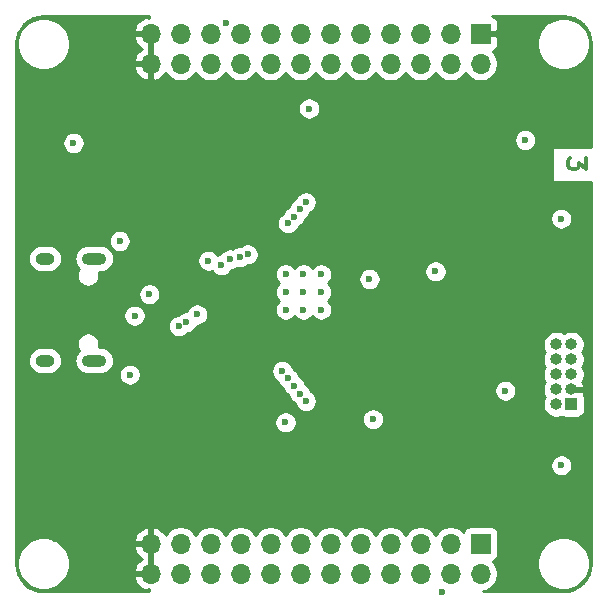
<source format=gbr>
G04 #@! TF.GenerationSoftware,KiCad,Pcbnew,(5.1.10-1-10_14)*
G04 #@! TF.CreationDate,2021-09-03T00:17:14+08:00*
G04 #@! TF.ProjectId,stm32f401_devboard,73746d33-3266-4343-9031-5f646576626f,rev?*
G04 #@! TF.SameCoordinates,Original*
G04 #@! TF.FileFunction,Copper,L3,Inr*
G04 #@! TF.FilePolarity,Positive*
%FSLAX46Y46*%
G04 Gerber Fmt 4.6, Leading zero omitted, Abs format (unit mm)*
G04 Created by KiCad (PCBNEW (5.1.10-1-10_14)) date 2021-09-03 00:17:14*
%MOMM*%
%LPD*%
G01*
G04 APERTURE LIST*
G04 #@! TA.AperFunction,NonConductor*
%ADD10C,0.300000*%
G04 #@! TD*
G04 #@! TA.AperFunction,ComponentPad*
%ADD11O,1.700000X1.700000*%
G04 #@! TD*
G04 #@! TA.AperFunction,ComponentPad*
%ADD12R,1.700000X1.700000*%
G04 #@! TD*
G04 #@! TA.AperFunction,ComponentPad*
%ADD13O,2.100000X1.000000*%
G04 #@! TD*
G04 #@! TA.AperFunction,ComponentPad*
%ADD14O,1.600000X1.000000*%
G04 #@! TD*
G04 #@! TA.AperFunction,ComponentPad*
%ADD15O,1.000000X1.000000*%
G04 #@! TD*
G04 #@! TA.AperFunction,ComponentPad*
%ADD16R,1.000000X1.000000*%
G04 #@! TD*
G04 #@! TA.AperFunction,ViaPad*
%ADD17C,0.600000*%
G04 #@! TD*
G04 #@! TA.AperFunction,Conductor*
%ADD18C,0.254000*%
G04 #@! TD*
G04 #@! TA.AperFunction,Conductor*
%ADD19C,0.100000*%
G04 #@! TD*
G04 APERTURE END LIST*
D10*
X148921428Y-82690000D02*
X148921428Y-83618571D01*
X148350000Y-83118571D01*
X148350000Y-83332857D01*
X148278571Y-83475714D01*
X148207142Y-83547142D01*
X148064285Y-83618571D01*
X147707142Y-83618571D01*
X147564285Y-83547142D01*
X147492857Y-83475714D01*
X147421428Y-83332857D01*
X147421428Y-82904285D01*
X147492857Y-82761428D01*
X147564285Y-82690000D01*
D11*
X112060000Y-117860000D03*
X112060000Y-115320000D03*
X114600000Y-117860000D03*
X114600000Y-115320000D03*
X117140000Y-117860000D03*
X117140000Y-115320000D03*
X119680000Y-117860000D03*
X119680000Y-115320000D03*
X122220000Y-117860000D03*
X122220000Y-115320000D03*
X124760000Y-117860000D03*
X124760000Y-115320000D03*
X127300000Y-117860000D03*
X127300000Y-115320000D03*
X129840000Y-117860000D03*
X129840000Y-115320000D03*
X132380000Y-117860000D03*
X132380000Y-115320000D03*
X134920000Y-117860000D03*
X134920000Y-115320000D03*
X137460000Y-117860000D03*
X137460000Y-115320000D03*
X140000000Y-117860000D03*
D12*
X140000000Y-115320000D03*
D11*
X112060000Y-74680000D03*
X112060000Y-72140000D03*
X114600000Y-74680000D03*
X114600000Y-72140000D03*
X117140000Y-74680000D03*
X117140000Y-72140000D03*
X119680000Y-74680000D03*
X119680000Y-72140000D03*
X122220000Y-74680000D03*
X122220000Y-72140000D03*
X124760000Y-74680000D03*
X124760000Y-72140000D03*
X127300000Y-74680000D03*
X127300000Y-72140000D03*
X129840000Y-74680000D03*
X129840000Y-72140000D03*
X132380000Y-74680000D03*
X132380000Y-72140000D03*
X134920000Y-74680000D03*
X134920000Y-72140000D03*
X137460000Y-74680000D03*
X137460000Y-72140000D03*
X140000000Y-74680000D03*
D12*
X140000000Y-72140000D03*
D13*
X107290000Y-99820000D03*
X107290000Y-91180000D03*
D14*
X103110000Y-91180000D03*
X103110000Y-99820000D03*
D15*
X147685000Y-98430000D03*
X146415000Y-98430000D03*
X147685000Y-99700000D03*
X146415000Y-99700000D03*
X147685000Y-100970000D03*
X146415000Y-100970000D03*
X147685000Y-102240000D03*
X146415000Y-102240000D03*
X146415000Y-103510000D03*
D16*
X147685000Y-103510000D03*
D17*
X123480000Y-105040000D03*
X125000000Y-94000000D03*
X126500000Y-94000000D03*
X123500000Y-94000000D03*
X123500000Y-92500000D03*
X125000000Y-92500000D03*
X126500000Y-92500000D03*
X125000000Y-95500000D03*
X123500000Y-95500000D03*
X126500000Y-95500000D03*
X109440000Y-89690000D03*
X110297823Y-100997823D03*
X136180000Y-92260000D03*
X146840000Y-108680000D03*
X142100000Y-102360000D03*
X130890000Y-104780000D03*
X105530000Y-81390000D03*
X143770000Y-81130000D03*
X146820000Y-87800000D03*
X116950000Y-91350000D03*
X115080000Y-96580000D03*
X125478000Y-78470000D03*
X116010000Y-95910000D03*
X118460000Y-71240000D03*
X128740000Y-98150000D03*
X119540000Y-96830000D03*
X121160000Y-89610000D03*
X132480000Y-85890000D03*
X139620000Y-104500000D03*
X123198000Y-100695229D03*
X136740000Y-119400000D03*
X130590000Y-92910000D03*
X125198000Y-103240000D03*
X124698000Y-102609877D03*
X124198000Y-101940322D03*
X123698000Y-101296678D03*
X114427755Y-96901105D03*
X110700000Y-96000000D03*
X111960000Y-94198000D03*
X118060000Y-91720000D03*
X118770000Y-91240000D03*
X119592386Y-91056046D03*
X120280000Y-90820000D03*
X123698000Y-88195231D03*
X124198000Y-87615547D03*
X124698000Y-86983596D03*
X125198000Y-86400000D03*
D18*
X111932998Y-70819844D02*
X111703110Y-70698524D01*
X111555901Y-70743175D01*
X111293080Y-70868359D01*
X111059731Y-71042412D01*
X110864822Y-71258645D01*
X110715843Y-71508748D01*
X110618519Y-71783109D01*
X110739186Y-72013000D01*
X111933000Y-72013000D01*
X111933000Y-71993000D01*
X112187000Y-71993000D01*
X112187000Y-72013000D01*
X112207000Y-72013000D01*
X112207000Y-72267000D01*
X112187000Y-72267000D01*
X112187000Y-74553000D01*
X112207000Y-74553000D01*
X112207000Y-74807000D01*
X112187000Y-74807000D01*
X112187000Y-76000155D01*
X112416890Y-76121476D01*
X112564099Y-76076825D01*
X112826920Y-75951641D01*
X113060269Y-75777588D01*
X113255178Y-75561355D01*
X113324805Y-75444466D01*
X113446525Y-75626632D01*
X113653368Y-75833475D01*
X113896589Y-75995990D01*
X114166842Y-76107932D01*
X114453740Y-76165000D01*
X114746260Y-76165000D01*
X115033158Y-76107932D01*
X115303411Y-75995990D01*
X115546632Y-75833475D01*
X115753475Y-75626632D01*
X115870000Y-75452240D01*
X115986525Y-75626632D01*
X116193368Y-75833475D01*
X116436589Y-75995990D01*
X116706842Y-76107932D01*
X116993740Y-76165000D01*
X117286260Y-76165000D01*
X117573158Y-76107932D01*
X117843411Y-75995990D01*
X118086632Y-75833475D01*
X118293475Y-75626632D01*
X118410000Y-75452240D01*
X118526525Y-75626632D01*
X118733368Y-75833475D01*
X118976589Y-75995990D01*
X119246842Y-76107932D01*
X119533740Y-76165000D01*
X119826260Y-76165000D01*
X120113158Y-76107932D01*
X120383411Y-75995990D01*
X120626632Y-75833475D01*
X120833475Y-75626632D01*
X120950000Y-75452240D01*
X121066525Y-75626632D01*
X121273368Y-75833475D01*
X121516589Y-75995990D01*
X121786842Y-76107932D01*
X122073740Y-76165000D01*
X122366260Y-76165000D01*
X122653158Y-76107932D01*
X122923411Y-75995990D01*
X123166632Y-75833475D01*
X123373475Y-75626632D01*
X123490000Y-75452240D01*
X123606525Y-75626632D01*
X123813368Y-75833475D01*
X124056589Y-75995990D01*
X124326842Y-76107932D01*
X124613740Y-76165000D01*
X124906260Y-76165000D01*
X125193158Y-76107932D01*
X125463411Y-75995990D01*
X125706632Y-75833475D01*
X125913475Y-75626632D01*
X126030000Y-75452240D01*
X126146525Y-75626632D01*
X126353368Y-75833475D01*
X126596589Y-75995990D01*
X126866842Y-76107932D01*
X127153740Y-76165000D01*
X127446260Y-76165000D01*
X127733158Y-76107932D01*
X128003411Y-75995990D01*
X128246632Y-75833475D01*
X128453475Y-75626632D01*
X128570000Y-75452240D01*
X128686525Y-75626632D01*
X128893368Y-75833475D01*
X129136589Y-75995990D01*
X129406842Y-76107932D01*
X129693740Y-76165000D01*
X129986260Y-76165000D01*
X130273158Y-76107932D01*
X130543411Y-75995990D01*
X130786632Y-75833475D01*
X130993475Y-75626632D01*
X131110000Y-75452240D01*
X131226525Y-75626632D01*
X131433368Y-75833475D01*
X131676589Y-75995990D01*
X131946842Y-76107932D01*
X132233740Y-76165000D01*
X132526260Y-76165000D01*
X132813158Y-76107932D01*
X133083411Y-75995990D01*
X133326632Y-75833475D01*
X133533475Y-75626632D01*
X133650000Y-75452240D01*
X133766525Y-75626632D01*
X133973368Y-75833475D01*
X134216589Y-75995990D01*
X134486842Y-76107932D01*
X134773740Y-76165000D01*
X135066260Y-76165000D01*
X135353158Y-76107932D01*
X135623411Y-75995990D01*
X135866632Y-75833475D01*
X136073475Y-75626632D01*
X136190000Y-75452240D01*
X136306525Y-75626632D01*
X136513368Y-75833475D01*
X136756589Y-75995990D01*
X137026842Y-76107932D01*
X137313740Y-76165000D01*
X137606260Y-76165000D01*
X137893158Y-76107932D01*
X138163411Y-75995990D01*
X138406632Y-75833475D01*
X138613475Y-75626632D01*
X138730000Y-75452240D01*
X138846525Y-75626632D01*
X139053368Y-75833475D01*
X139296589Y-75995990D01*
X139566842Y-76107932D01*
X139853740Y-76165000D01*
X140146260Y-76165000D01*
X140433158Y-76107932D01*
X140703411Y-75995990D01*
X140946632Y-75833475D01*
X141153475Y-75626632D01*
X141315990Y-75383411D01*
X141427932Y-75113158D01*
X141485000Y-74826260D01*
X141485000Y-74533740D01*
X141427932Y-74246842D01*
X141315990Y-73976589D01*
X141153475Y-73733368D01*
X141021620Y-73601513D01*
X141094180Y-73579502D01*
X141204494Y-73520537D01*
X141301185Y-73441185D01*
X141380537Y-73344494D01*
X141439502Y-73234180D01*
X141475812Y-73114482D01*
X141488072Y-72990000D01*
X141486928Y-72779872D01*
X144765000Y-72779872D01*
X144765000Y-73220128D01*
X144850890Y-73651925D01*
X145019369Y-74058669D01*
X145263962Y-74424729D01*
X145575271Y-74736038D01*
X145941331Y-74980631D01*
X146348075Y-75149110D01*
X146779872Y-75235000D01*
X147220128Y-75235000D01*
X147651925Y-75149110D01*
X148058669Y-74980631D01*
X148424729Y-74736038D01*
X148736038Y-74424729D01*
X148980631Y-74058669D01*
X149149110Y-73651925D01*
X149235000Y-73220128D01*
X149235000Y-72779872D01*
X149149110Y-72348075D01*
X148980631Y-71941331D01*
X148736038Y-71575271D01*
X148424729Y-71263962D01*
X148058669Y-71019369D01*
X147651925Y-70850890D01*
X147220128Y-70765000D01*
X146779872Y-70765000D01*
X146348075Y-70850890D01*
X145941331Y-71019369D01*
X145575271Y-71263962D01*
X145263962Y-71575271D01*
X145019369Y-71941331D01*
X144850890Y-72348075D01*
X144765000Y-72779872D01*
X141486928Y-72779872D01*
X141485000Y-72425750D01*
X141326250Y-72267000D01*
X140127000Y-72267000D01*
X140127000Y-72287000D01*
X139873000Y-72287000D01*
X139873000Y-72267000D01*
X139853000Y-72267000D01*
X139853000Y-72013000D01*
X139873000Y-72013000D01*
X139873000Y-71993000D01*
X140127000Y-71993000D01*
X140127000Y-72013000D01*
X141326250Y-72013000D01*
X141485000Y-71854250D01*
X141488072Y-71290000D01*
X141475812Y-71165518D01*
X141439502Y-71045820D01*
X141380537Y-70935506D01*
X141301185Y-70838815D01*
X141204494Y-70759463D01*
X141094180Y-70700498D01*
X140974482Y-70664188D01*
X140931959Y-70660000D01*
X146967721Y-70660000D01*
X147453893Y-70707670D01*
X147890498Y-70839489D01*
X148293185Y-71053600D01*
X148646612Y-71341848D01*
X148937327Y-71693261D01*
X149154242Y-72094439D01*
X149289106Y-72530113D01*
X149340000Y-73014344D01*
X149340000Y-81690715D01*
X146070000Y-81690715D01*
X146070000Y-84689286D01*
X149340000Y-84689286D01*
X149340001Y-116967711D01*
X149292330Y-117453894D01*
X149160512Y-117890497D01*
X148946399Y-118293186D01*
X148658150Y-118646613D01*
X148306739Y-118937327D01*
X147905564Y-119154240D01*
X147469886Y-119289106D01*
X146985664Y-119340000D01*
X140171397Y-119340000D01*
X140433158Y-119287932D01*
X140703411Y-119175990D01*
X140946632Y-119013475D01*
X141153475Y-118806632D01*
X141315990Y-118563411D01*
X141427932Y-118293158D01*
X141485000Y-118006260D01*
X141485000Y-117713740D01*
X141427932Y-117426842D01*
X141315990Y-117156589D01*
X141153475Y-116913368D01*
X141021620Y-116781513D01*
X141027029Y-116779872D01*
X144765000Y-116779872D01*
X144765000Y-117220128D01*
X144850890Y-117651925D01*
X145019369Y-118058669D01*
X145263962Y-118424729D01*
X145575271Y-118736038D01*
X145941331Y-118980631D01*
X146348075Y-119149110D01*
X146779872Y-119235000D01*
X147220128Y-119235000D01*
X147651925Y-119149110D01*
X148058669Y-118980631D01*
X148424729Y-118736038D01*
X148736038Y-118424729D01*
X148980631Y-118058669D01*
X149149110Y-117651925D01*
X149235000Y-117220128D01*
X149235000Y-116779872D01*
X149149110Y-116348075D01*
X148980631Y-115941331D01*
X148736038Y-115575271D01*
X148424729Y-115263962D01*
X148058669Y-115019369D01*
X147651925Y-114850890D01*
X147220128Y-114765000D01*
X146779872Y-114765000D01*
X146348075Y-114850890D01*
X145941331Y-115019369D01*
X145575271Y-115263962D01*
X145263962Y-115575271D01*
X145019369Y-115941331D01*
X144850890Y-116348075D01*
X144765000Y-116779872D01*
X141027029Y-116779872D01*
X141094180Y-116759502D01*
X141204494Y-116700537D01*
X141301185Y-116621185D01*
X141380537Y-116524494D01*
X141439502Y-116414180D01*
X141475812Y-116294482D01*
X141488072Y-116170000D01*
X141488072Y-114470000D01*
X141475812Y-114345518D01*
X141439502Y-114225820D01*
X141380537Y-114115506D01*
X141301185Y-114018815D01*
X141204494Y-113939463D01*
X141094180Y-113880498D01*
X140974482Y-113844188D01*
X140850000Y-113831928D01*
X139150000Y-113831928D01*
X139025518Y-113844188D01*
X138905820Y-113880498D01*
X138795506Y-113939463D01*
X138698815Y-114018815D01*
X138619463Y-114115506D01*
X138560498Y-114225820D01*
X138538487Y-114298380D01*
X138406632Y-114166525D01*
X138163411Y-114004010D01*
X137893158Y-113892068D01*
X137606260Y-113835000D01*
X137313740Y-113835000D01*
X137026842Y-113892068D01*
X136756589Y-114004010D01*
X136513368Y-114166525D01*
X136306525Y-114373368D01*
X136190000Y-114547760D01*
X136073475Y-114373368D01*
X135866632Y-114166525D01*
X135623411Y-114004010D01*
X135353158Y-113892068D01*
X135066260Y-113835000D01*
X134773740Y-113835000D01*
X134486842Y-113892068D01*
X134216589Y-114004010D01*
X133973368Y-114166525D01*
X133766525Y-114373368D01*
X133650000Y-114547760D01*
X133533475Y-114373368D01*
X133326632Y-114166525D01*
X133083411Y-114004010D01*
X132813158Y-113892068D01*
X132526260Y-113835000D01*
X132233740Y-113835000D01*
X131946842Y-113892068D01*
X131676589Y-114004010D01*
X131433368Y-114166525D01*
X131226525Y-114373368D01*
X131110000Y-114547760D01*
X130993475Y-114373368D01*
X130786632Y-114166525D01*
X130543411Y-114004010D01*
X130273158Y-113892068D01*
X129986260Y-113835000D01*
X129693740Y-113835000D01*
X129406842Y-113892068D01*
X129136589Y-114004010D01*
X128893368Y-114166525D01*
X128686525Y-114373368D01*
X128570000Y-114547760D01*
X128453475Y-114373368D01*
X128246632Y-114166525D01*
X128003411Y-114004010D01*
X127733158Y-113892068D01*
X127446260Y-113835000D01*
X127153740Y-113835000D01*
X126866842Y-113892068D01*
X126596589Y-114004010D01*
X126353368Y-114166525D01*
X126146525Y-114373368D01*
X126030000Y-114547760D01*
X125913475Y-114373368D01*
X125706632Y-114166525D01*
X125463411Y-114004010D01*
X125193158Y-113892068D01*
X124906260Y-113835000D01*
X124613740Y-113835000D01*
X124326842Y-113892068D01*
X124056589Y-114004010D01*
X123813368Y-114166525D01*
X123606525Y-114373368D01*
X123490000Y-114547760D01*
X123373475Y-114373368D01*
X123166632Y-114166525D01*
X122923411Y-114004010D01*
X122653158Y-113892068D01*
X122366260Y-113835000D01*
X122073740Y-113835000D01*
X121786842Y-113892068D01*
X121516589Y-114004010D01*
X121273368Y-114166525D01*
X121066525Y-114373368D01*
X120950000Y-114547760D01*
X120833475Y-114373368D01*
X120626632Y-114166525D01*
X120383411Y-114004010D01*
X120113158Y-113892068D01*
X119826260Y-113835000D01*
X119533740Y-113835000D01*
X119246842Y-113892068D01*
X118976589Y-114004010D01*
X118733368Y-114166525D01*
X118526525Y-114373368D01*
X118410000Y-114547760D01*
X118293475Y-114373368D01*
X118086632Y-114166525D01*
X117843411Y-114004010D01*
X117573158Y-113892068D01*
X117286260Y-113835000D01*
X116993740Y-113835000D01*
X116706842Y-113892068D01*
X116436589Y-114004010D01*
X116193368Y-114166525D01*
X115986525Y-114373368D01*
X115870000Y-114547760D01*
X115753475Y-114373368D01*
X115546632Y-114166525D01*
X115303411Y-114004010D01*
X115033158Y-113892068D01*
X114746260Y-113835000D01*
X114453740Y-113835000D01*
X114166842Y-113892068D01*
X113896589Y-114004010D01*
X113653368Y-114166525D01*
X113446525Y-114373368D01*
X113324805Y-114555534D01*
X113255178Y-114438645D01*
X113060269Y-114222412D01*
X112826920Y-114048359D01*
X112564099Y-113923175D01*
X112416890Y-113878524D01*
X112187000Y-113999845D01*
X112187000Y-115193000D01*
X112207000Y-115193000D01*
X112207000Y-115447000D01*
X112187000Y-115447000D01*
X112187000Y-117733000D01*
X112207000Y-117733000D01*
X112207000Y-117987000D01*
X112187000Y-117987000D01*
X112187000Y-118007000D01*
X111933000Y-118007000D01*
X111933000Y-117987000D01*
X110739186Y-117987000D01*
X110618519Y-118216891D01*
X110715843Y-118491252D01*
X110864822Y-118741355D01*
X111059731Y-118957588D01*
X111293080Y-119131641D01*
X111555901Y-119256825D01*
X111703110Y-119301476D01*
X111932998Y-119180156D01*
X111932998Y-119340000D01*
X103032279Y-119340000D01*
X102546106Y-119292330D01*
X102109503Y-119160512D01*
X101706814Y-118946399D01*
X101353387Y-118658150D01*
X101062673Y-118306739D01*
X100845760Y-117905564D01*
X100710894Y-117469886D01*
X100660000Y-116985664D01*
X100660000Y-116779872D01*
X100765000Y-116779872D01*
X100765000Y-117220128D01*
X100850890Y-117651925D01*
X101019369Y-118058669D01*
X101263962Y-118424729D01*
X101575271Y-118736038D01*
X101941331Y-118980631D01*
X102348075Y-119149110D01*
X102779872Y-119235000D01*
X103220128Y-119235000D01*
X103651925Y-119149110D01*
X104058669Y-118980631D01*
X104424729Y-118736038D01*
X104736038Y-118424729D01*
X104980631Y-118058669D01*
X105149110Y-117651925D01*
X105235000Y-117220128D01*
X105235000Y-116779872D01*
X105149110Y-116348075D01*
X104980631Y-115941331D01*
X104803939Y-115676891D01*
X110618519Y-115676891D01*
X110715843Y-115951252D01*
X110864822Y-116201355D01*
X111059731Y-116417588D01*
X111290880Y-116590000D01*
X111059731Y-116762412D01*
X110864822Y-116978645D01*
X110715843Y-117228748D01*
X110618519Y-117503109D01*
X110739186Y-117733000D01*
X111933000Y-117733000D01*
X111933000Y-115447000D01*
X110739186Y-115447000D01*
X110618519Y-115676891D01*
X104803939Y-115676891D01*
X104736038Y-115575271D01*
X104424729Y-115263962D01*
X104058669Y-115019369D01*
X103922846Y-114963109D01*
X110618519Y-114963109D01*
X110739186Y-115193000D01*
X111933000Y-115193000D01*
X111933000Y-113999845D01*
X111703110Y-113878524D01*
X111555901Y-113923175D01*
X111293080Y-114048359D01*
X111059731Y-114222412D01*
X110864822Y-114438645D01*
X110715843Y-114688748D01*
X110618519Y-114963109D01*
X103922846Y-114963109D01*
X103651925Y-114850890D01*
X103220128Y-114765000D01*
X102779872Y-114765000D01*
X102348075Y-114850890D01*
X101941331Y-115019369D01*
X101575271Y-115263962D01*
X101263962Y-115575271D01*
X101019369Y-115941331D01*
X100850890Y-116348075D01*
X100765000Y-116779872D01*
X100660000Y-116779872D01*
X100660000Y-108587911D01*
X145905000Y-108587911D01*
X145905000Y-108772089D01*
X145940932Y-108952729D01*
X146011414Y-109122889D01*
X146113738Y-109276028D01*
X146243972Y-109406262D01*
X146397111Y-109508586D01*
X146567271Y-109579068D01*
X146747911Y-109615000D01*
X146932089Y-109615000D01*
X147112729Y-109579068D01*
X147282889Y-109508586D01*
X147436028Y-109406262D01*
X147566262Y-109276028D01*
X147668586Y-109122889D01*
X147739068Y-108952729D01*
X147775000Y-108772089D01*
X147775000Y-108587911D01*
X147739068Y-108407271D01*
X147668586Y-108237111D01*
X147566262Y-108083972D01*
X147436028Y-107953738D01*
X147282889Y-107851414D01*
X147112729Y-107780932D01*
X146932089Y-107745000D01*
X146747911Y-107745000D01*
X146567271Y-107780932D01*
X146397111Y-107851414D01*
X146243972Y-107953738D01*
X146113738Y-108083972D01*
X146011414Y-108237111D01*
X145940932Y-108407271D01*
X145905000Y-108587911D01*
X100660000Y-108587911D01*
X100660000Y-104947911D01*
X122545000Y-104947911D01*
X122545000Y-105132089D01*
X122580932Y-105312729D01*
X122651414Y-105482889D01*
X122753738Y-105636028D01*
X122883972Y-105766262D01*
X123037111Y-105868586D01*
X123207271Y-105939068D01*
X123387911Y-105975000D01*
X123572089Y-105975000D01*
X123752729Y-105939068D01*
X123922889Y-105868586D01*
X124076028Y-105766262D01*
X124206262Y-105636028D01*
X124308586Y-105482889D01*
X124379068Y-105312729D01*
X124415000Y-105132089D01*
X124415000Y-104947911D01*
X124379068Y-104767271D01*
X124346197Y-104687911D01*
X129955000Y-104687911D01*
X129955000Y-104872089D01*
X129990932Y-105052729D01*
X130061414Y-105222889D01*
X130163738Y-105376028D01*
X130293972Y-105506262D01*
X130447111Y-105608586D01*
X130617271Y-105679068D01*
X130797911Y-105715000D01*
X130982089Y-105715000D01*
X131162729Y-105679068D01*
X131332889Y-105608586D01*
X131486028Y-105506262D01*
X131616262Y-105376028D01*
X131718586Y-105222889D01*
X131789068Y-105052729D01*
X131825000Y-104872089D01*
X131825000Y-104687911D01*
X131789068Y-104507271D01*
X131718586Y-104337111D01*
X131616262Y-104183972D01*
X131486028Y-104053738D01*
X131332889Y-103951414D01*
X131162729Y-103880932D01*
X130982089Y-103845000D01*
X130797911Y-103845000D01*
X130617271Y-103880932D01*
X130447111Y-103951414D01*
X130293972Y-104053738D01*
X130163738Y-104183972D01*
X130061414Y-104337111D01*
X129990932Y-104507271D01*
X129955000Y-104687911D01*
X124346197Y-104687911D01*
X124308586Y-104597111D01*
X124206262Y-104443972D01*
X124076028Y-104313738D01*
X123922889Y-104211414D01*
X123752729Y-104140932D01*
X123572089Y-104105000D01*
X123387911Y-104105000D01*
X123207271Y-104140932D01*
X123037111Y-104211414D01*
X122883972Y-104313738D01*
X122753738Y-104443972D01*
X122651414Y-104597111D01*
X122580932Y-104767271D01*
X122545000Y-104947911D01*
X100660000Y-104947911D01*
X100660000Y-99820000D01*
X101669509Y-99820000D01*
X101691423Y-100042499D01*
X101756324Y-100256447D01*
X101861716Y-100453623D01*
X102003551Y-100626449D01*
X102176377Y-100768284D01*
X102373553Y-100873676D01*
X102587501Y-100938577D01*
X102754248Y-100955000D01*
X103465752Y-100955000D01*
X103632499Y-100938577D01*
X103846447Y-100873676D01*
X104043623Y-100768284D01*
X104216449Y-100626449D01*
X104358284Y-100453623D01*
X104463676Y-100256447D01*
X104528577Y-100042499D01*
X104550491Y-99820000D01*
X105599509Y-99820000D01*
X105621423Y-100042499D01*
X105686324Y-100256447D01*
X105791716Y-100453623D01*
X105933551Y-100626449D01*
X106106377Y-100768284D01*
X106303553Y-100873676D01*
X106517501Y-100938577D01*
X106684248Y-100955000D01*
X107895752Y-100955000D01*
X108062499Y-100938577D01*
X108170766Y-100905734D01*
X109362823Y-100905734D01*
X109362823Y-101089912D01*
X109398755Y-101270552D01*
X109469237Y-101440712D01*
X109571561Y-101593851D01*
X109701795Y-101724085D01*
X109854934Y-101826409D01*
X110025094Y-101896891D01*
X110205734Y-101932823D01*
X110389912Y-101932823D01*
X110570552Y-101896891D01*
X110740712Y-101826409D01*
X110893851Y-101724085D01*
X111024085Y-101593851D01*
X111126409Y-101440712D01*
X111196891Y-101270552D01*
X111232823Y-101089912D01*
X111232823Y-100905734D01*
X111196891Y-100725094D01*
X111146377Y-100603140D01*
X122263000Y-100603140D01*
X122263000Y-100787318D01*
X122298932Y-100967958D01*
X122369414Y-101138118D01*
X122471738Y-101291257D01*
X122601972Y-101421491D01*
X122755111Y-101523815D01*
X122792983Y-101539502D01*
X122798932Y-101569407D01*
X122869414Y-101739567D01*
X122971738Y-101892706D01*
X123101972Y-102022940D01*
X123255111Y-102125264D01*
X123283837Y-102137162D01*
X123298932Y-102213051D01*
X123369414Y-102383211D01*
X123471738Y-102536350D01*
X123601972Y-102666584D01*
X123755111Y-102768908D01*
X123778220Y-102778480D01*
X123798932Y-102882606D01*
X123869414Y-103052766D01*
X123971738Y-103205905D01*
X124101972Y-103336139D01*
X124255111Y-103438463D01*
X124286768Y-103451576D01*
X124298932Y-103512729D01*
X124369414Y-103682889D01*
X124471738Y-103836028D01*
X124601972Y-103966262D01*
X124755111Y-104068586D01*
X124925271Y-104139068D01*
X125105911Y-104175000D01*
X125290089Y-104175000D01*
X125470729Y-104139068D01*
X125640889Y-104068586D01*
X125794028Y-103966262D01*
X125924262Y-103836028D01*
X126026586Y-103682889D01*
X126097068Y-103512729D01*
X126133000Y-103332089D01*
X126133000Y-103147911D01*
X126097068Y-102967271D01*
X126026586Y-102797111D01*
X125924262Y-102643972D01*
X125794028Y-102513738D01*
X125640889Y-102411414D01*
X125609232Y-102398301D01*
X125597068Y-102337148D01*
X125568390Y-102267911D01*
X141165000Y-102267911D01*
X141165000Y-102452089D01*
X141200932Y-102632729D01*
X141271414Y-102802889D01*
X141373738Y-102956028D01*
X141503972Y-103086262D01*
X141657111Y-103188586D01*
X141827271Y-103259068D01*
X142007911Y-103295000D01*
X142192089Y-103295000D01*
X142372729Y-103259068D01*
X142542889Y-103188586D01*
X142696028Y-103086262D01*
X142826262Y-102956028D01*
X142928586Y-102802889D01*
X142999068Y-102632729D01*
X143035000Y-102452089D01*
X143035000Y-102267911D01*
X142999068Y-102087271D01*
X142928586Y-101917111D01*
X142826262Y-101763972D01*
X142696028Y-101633738D01*
X142542889Y-101531414D01*
X142372729Y-101460932D01*
X142192089Y-101425000D01*
X142007911Y-101425000D01*
X141827271Y-101460932D01*
X141657111Y-101531414D01*
X141503972Y-101633738D01*
X141373738Y-101763972D01*
X141271414Y-101917111D01*
X141200932Y-102087271D01*
X141165000Y-102267911D01*
X125568390Y-102267911D01*
X125526586Y-102166988D01*
X125424262Y-102013849D01*
X125294028Y-101883615D01*
X125140889Y-101781291D01*
X125117780Y-101771719D01*
X125097068Y-101667593D01*
X125026586Y-101497433D01*
X124924262Y-101344294D01*
X124794028Y-101214060D01*
X124640889Y-101111736D01*
X124612163Y-101099838D01*
X124597068Y-101023949D01*
X124526586Y-100853789D01*
X124424262Y-100700650D01*
X124294028Y-100570416D01*
X124140889Y-100468092D01*
X124103017Y-100452405D01*
X124097068Y-100422500D01*
X124026586Y-100252340D01*
X123924262Y-100099201D01*
X123794028Y-99968967D01*
X123640889Y-99866643D01*
X123470729Y-99796161D01*
X123290089Y-99760229D01*
X123105911Y-99760229D01*
X122925271Y-99796161D01*
X122755111Y-99866643D01*
X122601972Y-99968967D01*
X122471738Y-100099201D01*
X122369414Y-100252340D01*
X122298932Y-100422500D01*
X122263000Y-100603140D01*
X111146377Y-100603140D01*
X111126409Y-100554934D01*
X111024085Y-100401795D01*
X110893851Y-100271561D01*
X110740712Y-100169237D01*
X110570552Y-100098755D01*
X110389912Y-100062823D01*
X110205734Y-100062823D01*
X110025094Y-100098755D01*
X109854934Y-100169237D01*
X109701795Y-100271561D01*
X109571561Y-100401795D01*
X109469237Y-100554934D01*
X109398755Y-100725094D01*
X109362823Y-100905734D01*
X108170766Y-100905734D01*
X108276447Y-100873676D01*
X108473623Y-100768284D01*
X108646449Y-100626449D01*
X108788284Y-100453623D01*
X108893676Y-100256447D01*
X108958577Y-100042499D01*
X108980491Y-99820000D01*
X108958577Y-99597501D01*
X108893676Y-99383553D01*
X108788284Y-99186377D01*
X108646449Y-99013551D01*
X108473623Y-98871716D01*
X108276447Y-98766324D01*
X108062499Y-98701423D01*
X107895752Y-98685000D01*
X107676904Y-98685000D01*
X107683108Y-98670022D01*
X107720000Y-98484552D01*
X107720000Y-98318212D01*
X145280000Y-98318212D01*
X145280000Y-98541788D01*
X145323617Y-98761067D01*
X145409176Y-98967624D01*
X145474241Y-99065000D01*
X145409176Y-99162376D01*
X145323617Y-99368933D01*
X145280000Y-99588212D01*
X145280000Y-99811788D01*
X145323617Y-100031067D01*
X145409176Y-100237624D01*
X145474241Y-100335000D01*
X145409176Y-100432376D01*
X145323617Y-100638933D01*
X145280000Y-100858212D01*
X145280000Y-101081788D01*
X145323617Y-101301067D01*
X145409176Y-101507624D01*
X145474241Y-101605000D01*
X145409176Y-101702376D01*
X145323617Y-101908933D01*
X145280000Y-102128212D01*
X145280000Y-102351788D01*
X145323617Y-102571067D01*
X145409176Y-102777624D01*
X145474241Y-102875000D01*
X145409176Y-102972376D01*
X145323617Y-103178933D01*
X145280000Y-103398212D01*
X145280000Y-103621788D01*
X145323617Y-103841067D01*
X145409176Y-104047624D01*
X145533388Y-104233520D01*
X145691480Y-104391612D01*
X145877376Y-104515824D01*
X146083933Y-104601383D01*
X146303212Y-104645000D01*
X146526788Y-104645000D01*
X146746067Y-104601383D01*
X146857774Y-104555112D01*
X146940820Y-104599502D01*
X147060518Y-104635812D01*
X147185000Y-104648072D01*
X148185000Y-104648072D01*
X148309482Y-104635812D01*
X148429180Y-104599502D01*
X148539494Y-104540537D01*
X148636185Y-104461185D01*
X148715537Y-104364494D01*
X148774502Y-104254180D01*
X148810812Y-104134482D01*
X148823072Y-104010000D01*
X148823072Y-103010000D01*
X148810812Y-102885518D01*
X148774502Y-102765820D01*
X148726930Y-102676820D01*
X148762446Y-102596864D01*
X148779119Y-102541874D01*
X148652954Y-102367000D01*
X147812000Y-102367000D01*
X147812000Y-102371928D01*
X147558000Y-102371928D01*
X147558000Y-102367000D01*
X147546974Y-102367000D01*
X147550000Y-102351788D01*
X147550000Y-102128212D01*
X147546974Y-102113000D01*
X147558000Y-102113000D01*
X147558000Y-102101974D01*
X147573212Y-102105000D01*
X147796788Y-102105000D01*
X147812000Y-102101974D01*
X147812000Y-102113000D01*
X148652954Y-102113000D01*
X148779119Y-101938126D01*
X148762446Y-101883136D01*
X148672123Y-101679794D01*
X148622647Y-101609658D01*
X148690824Y-101507624D01*
X148776383Y-101301067D01*
X148820000Y-101081788D01*
X148820000Y-100858212D01*
X148776383Y-100638933D01*
X148690824Y-100432376D01*
X148625759Y-100335000D01*
X148690824Y-100237624D01*
X148776383Y-100031067D01*
X148820000Y-99811788D01*
X148820000Y-99588212D01*
X148776383Y-99368933D01*
X148690824Y-99162376D01*
X148625759Y-99065000D01*
X148690824Y-98967624D01*
X148776383Y-98761067D01*
X148820000Y-98541788D01*
X148820000Y-98318212D01*
X148776383Y-98098933D01*
X148690824Y-97892376D01*
X148566612Y-97706480D01*
X148408520Y-97548388D01*
X148222624Y-97424176D01*
X148016067Y-97338617D01*
X147796788Y-97295000D01*
X147573212Y-97295000D01*
X147353933Y-97338617D01*
X147147376Y-97424176D01*
X147050000Y-97489241D01*
X146952624Y-97424176D01*
X146746067Y-97338617D01*
X146526788Y-97295000D01*
X146303212Y-97295000D01*
X146083933Y-97338617D01*
X145877376Y-97424176D01*
X145691480Y-97548388D01*
X145533388Y-97706480D01*
X145409176Y-97892376D01*
X145323617Y-98098933D01*
X145280000Y-98318212D01*
X107720000Y-98318212D01*
X107720000Y-98295448D01*
X107683108Y-98109978D01*
X107610741Y-97935269D01*
X107505681Y-97778036D01*
X107371964Y-97644319D01*
X107214731Y-97539259D01*
X107040022Y-97466892D01*
X106854552Y-97430000D01*
X106665448Y-97430000D01*
X106479978Y-97466892D01*
X106305269Y-97539259D01*
X106148036Y-97644319D01*
X106014319Y-97778036D01*
X105909259Y-97935269D01*
X105836892Y-98109978D01*
X105800000Y-98295448D01*
X105800000Y-98484552D01*
X105836892Y-98670022D01*
X105909259Y-98844731D01*
X105990715Y-98966638D01*
X105933551Y-99013551D01*
X105791716Y-99186377D01*
X105686324Y-99383553D01*
X105621423Y-99597501D01*
X105599509Y-99820000D01*
X104550491Y-99820000D01*
X104528577Y-99597501D01*
X104463676Y-99383553D01*
X104358284Y-99186377D01*
X104216449Y-99013551D01*
X104043623Y-98871716D01*
X103846447Y-98766324D01*
X103632499Y-98701423D01*
X103465752Y-98685000D01*
X102754248Y-98685000D01*
X102587501Y-98701423D01*
X102373553Y-98766324D01*
X102176377Y-98871716D01*
X102003551Y-99013551D01*
X101861716Y-99186377D01*
X101756324Y-99383553D01*
X101691423Y-99597501D01*
X101669509Y-99820000D01*
X100660000Y-99820000D01*
X100660000Y-95907911D01*
X109765000Y-95907911D01*
X109765000Y-96092089D01*
X109800932Y-96272729D01*
X109871414Y-96442889D01*
X109973738Y-96596028D01*
X110103972Y-96726262D01*
X110257111Y-96828586D01*
X110427271Y-96899068D01*
X110607911Y-96935000D01*
X110792089Y-96935000D01*
X110972729Y-96899068D01*
X111142889Y-96828586D01*
X111172177Y-96809016D01*
X113492755Y-96809016D01*
X113492755Y-96993194D01*
X113528687Y-97173834D01*
X113599169Y-97343994D01*
X113701493Y-97497133D01*
X113831727Y-97627367D01*
X113984866Y-97729691D01*
X114155026Y-97800173D01*
X114335666Y-97836105D01*
X114519844Y-97836105D01*
X114700484Y-97800173D01*
X114870644Y-97729691D01*
X115023783Y-97627367D01*
X115136150Y-97515000D01*
X115172089Y-97515000D01*
X115352729Y-97479068D01*
X115522889Y-97408586D01*
X115676028Y-97306262D01*
X115806262Y-97176028D01*
X115908586Y-97022889D01*
X115979068Y-96852729D01*
X115980605Y-96845000D01*
X116102089Y-96845000D01*
X116282729Y-96809068D01*
X116452889Y-96738586D01*
X116606028Y-96636262D01*
X116736262Y-96506028D01*
X116838586Y-96352889D01*
X116909068Y-96182729D01*
X116945000Y-96002089D01*
X116945000Y-95817911D01*
X116909068Y-95637271D01*
X116838586Y-95467111D01*
X116736262Y-95313972D01*
X116606028Y-95183738D01*
X116452889Y-95081414D01*
X116282729Y-95010932D01*
X116102089Y-94975000D01*
X115917911Y-94975000D01*
X115737271Y-95010932D01*
X115567111Y-95081414D01*
X115413972Y-95183738D01*
X115283738Y-95313972D01*
X115181414Y-95467111D01*
X115110932Y-95637271D01*
X115109395Y-95645000D01*
X114987911Y-95645000D01*
X114807271Y-95680932D01*
X114637111Y-95751414D01*
X114483972Y-95853738D01*
X114371605Y-95966105D01*
X114335666Y-95966105D01*
X114155026Y-96002037D01*
X113984866Y-96072519D01*
X113831727Y-96174843D01*
X113701493Y-96305077D01*
X113599169Y-96458216D01*
X113528687Y-96628376D01*
X113492755Y-96809016D01*
X111172177Y-96809016D01*
X111296028Y-96726262D01*
X111426262Y-96596028D01*
X111528586Y-96442889D01*
X111599068Y-96272729D01*
X111635000Y-96092089D01*
X111635000Y-95907911D01*
X111599068Y-95727271D01*
X111528586Y-95557111D01*
X111426262Y-95403972D01*
X111296028Y-95273738D01*
X111142889Y-95171414D01*
X110972729Y-95100932D01*
X110792089Y-95065000D01*
X110607911Y-95065000D01*
X110427271Y-95100932D01*
X110257111Y-95171414D01*
X110103972Y-95273738D01*
X109973738Y-95403972D01*
X109871414Y-95557111D01*
X109800932Y-95727271D01*
X109765000Y-95907911D01*
X100660000Y-95907911D01*
X100660000Y-94105911D01*
X111025000Y-94105911D01*
X111025000Y-94290089D01*
X111060932Y-94470729D01*
X111131414Y-94640889D01*
X111233738Y-94794028D01*
X111363972Y-94924262D01*
X111517111Y-95026586D01*
X111687271Y-95097068D01*
X111867911Y-95133000D01*
X112052089Y-95133000D01*
X112232729Y-95097068D01*
X112402889Y-95026586D01*
X112556028Y-94924262D01*
X112686262Y-94794028D01*
X112788586Y-94640889D01*
X112859068Y-94470729D01*
X112895000Y-94290089D01*
X112895000Y-94105911D01*
X112859068Y-93925271D01*
X112788586Y-93755111D01*
X112686262Y-93601972D01*
X112556028Y-93471738D01*
X112402889Y-93369414D01*
X112232729Y-93298932D01*
X112052089Y-93263000D01*
X111867911Y-93263000D01*
X111687271Y-93298932D01*
X111517111Y-93369414D01*
X111363972Y-93471738D01*
X111233738Y-93601972D01*
X111131414Y-93755111D01*
X111060932Y-93925271D01*
X111025000Y-94105911D01*
X100660000Y-94105911D01*
X100660000Y-91180000D01*
X101669509Y-91180000D01*
X101691423Y-91402499D01*
X101756324Y-91616447D01*
X101861716Y-91813623D01*
X102003551Y-91986449D01*
X102176377Y-92128284D01*
X102373553Y-92233676D01*
X102587501Y-92298577D01*
X102754248Y-92315000D01*
X103465752Y-92315000D01*
X103632499Y-92298577D01*
X103846447Y-92233676D01*
X104043623Y-92128284D01*
X104216449Y-91986449D01*
X104358284Y-91813623D01*
X104463676Y-91616447D01*
X104528577Y-91402499D01*
X104550491Y-91180000D01*
X105599509Y-91180000D01*
X105621423Y-91402499D01*
X105686324Y-91616447D01*
X105791716Y-91813623D01*
X105933551Y-91986449D01*
X105990715Y-92033362D01*
X105909259Y-92155269D01*
X105836892Y-92329978D01*
X105800000Y-92515448D01*
X105800000Y-92704552D01*
X105836892Y-92890022D01*
X105909259Y-93064731D01*
X106014319Y-93221964D01*
X106148036Y-93355681D01*
X106305269Y-93460741D01*
X106479978Y-93533108D01*
X106665448Y-93570000D01*
X106854552Y-93570000D01*
X107040022Y-93533108D01*
X107214731Y-93460741D01*
X107371964Y-93355681D01*
X107505681Y-93221964D01*
X107610741Y-93064731D01*
X107683108Y-92890022D01*
X107720000Y-92704552D01*
X107720000Y-92515448D01*
X107683108Y-92329978D01*
X107676904Y-92315000D01*
X107895752Y-92315000D01*
X108062499Y-92298577D01*
X108276447Y-92233676D01*
X108473623Y-92128284D01*
X108646449Y-91986449D01*
X108788284Y-91813623D01*
X108893676Y-91616447D01*
X108958577Y-91402499D01*
X108972817Y-91257911D01*
X116015000Y-91257911D01*
X116015000Y-91442089D01*
X116050932Y-91622729D01*
X116121414Y-91792889D01*
X116223738Y-91946028D01*
X116353972Y-92076262D01*
X116507111Y-92178586D01*
X116677271Y-92249068D01*
X116857911Y-92285000D01*
X117042089Y-92285000D01*
X117222729Y-92249068D01*
X117274632Y-92227569D01*
X117333738Y-92316028D01*
X117463972Y-92446262D01*
X117617111Y-92548586D01*
X117787271Y-92619068D01*
X117967911Y-92655000D01*
X118152089Y-92655000D01*
X118332729Y-92619068D01*
X118502889Y-92548586D01*
X118656028Y-92446262D01*
X118694379Y-92407911D01*
X122565000Y-92407911D01*
X122565000Y-92592089D01*
X122600932Y-92772729D01*
X122671414Y-92942889D01*
X122773738Y-93096028D01*
X122903972Y-93226262D01*
X122939498Y-93250000D01*
X122903972Y-93273738D01*
X122773738Y-93403972D01*
X122671414Y-93557111D01*
X122600932Y-93727271D01*
X122565000Y-93907911D01*
X122565000Y-94092089D01*
X122600932Y-94272729D01*
X122671414Y-94442889D01*
X122773738Y-94596028D01*
X122903972Y-94726262D01*
X122939498Y-94750000D01*
X122903972Y-94773738D01*
X122773738Y-94903972D01*
X122671414Y-95057111D01*
X122600932Y-95227271D01*
X122565000Y-95407911D01*
X122565000Y-95592089D01*
X122600932Y-95772729D01*
X122671414Y-95942889D01*
X122773738Y-96096028D01*
X122903972Y-96226262D01*
X123057111Y-96328586D01*
X123227271Y-96399068D01*
X123407911Y-96435000D01*
X123592089Y-96435000D01*
X123772729Y-96399068D01*
X123942889Y-96328586D01*
X124096028Y-96226262D01*
X124226262Y-96096028D01*
X124250000Y-96060502D01*
X124273738Y-96096028D01*
X124403972Y-96226262D01*
X124557111Y-96328586D01*
X124727271Y-96399068D01*
X124907911Y-96435000D01*
X125092089Y-96435000D01*
X125272729Y-96399068D01*
X125442889Y-96328586D01*
X125596028Y-96226262D01*
X125726262Y-96096028D01*
X125750000Y-96060502D01*
X125773738Y-96096028D01*
X125903972Y-96226262D01*
X126057111Y-96328586D01*
X126227271Y-96399068D01*
X126407911Y-96435000D01*
X126592089Y-96435000D01*
X126772729Y-96399068D01*
X126942889Y-96328586D01*
X127096028Y-96226262D01*
X127226262Y-96096028D01*
X127328586Y-95942889D01*
X127399068Y-95772729D01*
X127435000Y-95592089D01*
X127435000Y-95407911D01*
X127399068Y-95227271D01*
X127328586Y-95057111D01*
X127226262Y-94903972D01*
X127096028Y-94773738D01*
X127060502Y-94750000D01*
X127096028Y-94726262D01*
X127226262Y-94596028D01*
X127328586Y-94442889D01*
X127399068Y-94272729D01*
X127435000Y-94092089D01*
X127435000Y-93907911D01*
X127399068Y-93727271D01*
X127328586Y-93557111D01*
X127226262Y-93403972D01*
X127096028Y-93273738D01*
X127060502Y-93250000D01*
X127096028Y-93226262D01*
X127226262Y-93096028D01*
X127328586Y-92942889D01*
X127380353Y-92817911D01*
X129655000Y-92817911D01*
X129655000Y-93002089D01*
X129690932Y-93182729D01*
X129761414Y-93352889D01*
X129863738Y-93506028D01*
X129993972Y-93636262D01*
X130147111Y-93738586D01*
X130317271Y-93809068D01*
X130497911Y-93845000D01*
X130682089Y-93845000D01*
X130862729Y-93809068D01*
X131032889Y-93738586D01*
X131186028Y-93636262D01*
X131316262Y-93506028D01*
X131418586Y-93352889D01*
X131489068Y-93182729D01*
X131525000Y-93002089D01*
X131525000Y-92817911D01*
X131489068Y-92637271D01*
X131418586Y-92467111D01*
X131316262Y-92313972D01*
X131186028Y-92183738D01*
X131162342Y-92167911D01*
X135245000Y-92167911D01*
X135245000Y-92352089D01*
X135280932Y-92532729D01*
X135351414Y-92702889D01*
X135453738Y-92856028D01*
X135583972Y-92986262D01*
X135737111Y-93088586D01*
X135907271Y-93159068D01*
X136087911Y-93195000D01*
X136272089Y-93195000D01*
X136452729Y-93159068D01*
X136622889Y-93088586D01*
X136776028Y-92986262D01*
X136906262Y-92856028D01*
X137008586Y-92702889D01*
X137079068Y-92532729D01*
X137115000Y-92352089D01*
X137115000Y-92167911D01*
X137079068Y-91987271D01*
X137008586Y-91817111D01*
X136906262Y-91663972D01*
X136776028Y-91533738D01*
X136622889Y-91431414D01*
X136452729Y-91360932D01*
X136272089Y-91325000D01*
X136087911Y-91325000D01*
X135907271Y-91360932D01*
X135737111Y-91431414D01*
X135583972Y-91533738D01*
X135453738Y-91663972D01*
X135351414Y-91817111D01*
X135280932Y-91987271D01*
X135245000Y-92167911D01*
X131162342Y-92167911D01*
X131032889Y-92081414D01*
X130862729Y-92010932D01*
X130682089Y-91975000D01*
X130497911Y-91975000D01*
X130317271Y-92010932D01*
X130147111Y-92081414D01*
X129993972Y-92183738D01*
X129863738Y-92313972D01*
X129761414Y-92467111D01*
X129690932Y-92637271D01*
X129655000Y-92817911D01*
X127380353Y-92817911D01*
X127399068Y-92772729D01*
X127435000Y-92592089D01*
X127435000Y-92407911D01*
X127399068Y-92227271D01*
X127328586Y-92057111D01*
X127226262Y-91903972D01*
X127096028Y-91773738D01*
X126942889Y-91671414D01*
X126772729Y-91600932D01*
X126592089Y-91565000D01*
X126407911Y-91565000D01*
X126227271Y-91600932D01*
X126057111Y-91671414D01*
X125903972Y-91773738D01*
X125773738Y-91903972D01*
X125750000Y-91939498D01*
X125726262Y-91903972D01*
X125596028Y-91773738D01*
X125442889Y-91671414D01*
X125272729Y-91600932D01*
X125092089Y-91565000D01*
X124907911Y-91565000D01*
X124727271Y-91600932D01*
X124557111Y-91671414D01*
X124403972Y-91773738D01*
X124273738Y-91903972D01*
X124250000Y-91939498D01*
X124226262Y-91903972D01*
X124096028Y-91773738D01*
X123942889Y-91671414D01*
X123772729Y-91600932D01*
X123592089Y-91565000D01*
X123407911Y-91565000D01*
X123227271Y-91600932D01*
X123057111Y-91671414D01*
X122903972Y-91773738D01*
X122773738Y-91903972D01*
X122671414Y-92057111D01*
X122600932Y-92227271D01*
X122565000Y-92407911D01*
X118694379Y-92407911D01*
X118786262Y-92316028D01*
X118883315Y-92170778D01*
X119042729Y-92139068D01*
X119212889Y-92068586D01*
X119366028Y-91966262D01*
X119367633Y-91964657D01*
X119500297Y-91991046D01*
X119684475Y-91991046D01*
X119865115Y-91955114D01*
X120035275Y-91884632D01*
X120188414Y-91782308D01*
X120215722Y-91755000D01*
X120372089Y-91755000D01*
X120552729Y-91719068D01*
X120722889Y-91648586D01*
X120876028Y-91546262D01*
X121006262Y-91416028D01*
X121108586Y-91262889D01*
X121179068Y-91092729D01*
X121215000Y-90912089D01*
X121215000Y-90727911D01*
X121179068Y-90547271D01*
X121108586Y-90377111D01*
X121006262Y-90223972D01*
X120876028Y-90093738D01*
X120722889Y-89991414D01*
X120552729Y-89920932D01*
X120372089Y-89885000D01*
X120187911Y-89885000D01*
X120007271Y-89920932D01*
X119837111Y-89991414D01*
X119683972Y-90093738D01*
X119656664Y-90121046D01*
X119500297Y-90121046D01*
X119319657Y-90156978D01*
X119149497Y-90227460D01*
X118996358Y-90329784D01*
X118994753Y-90331389D01*
X118862089Y-90305000D01*
X118677911Y-90305000D01*
X118497271Y-90340932D01*
X118327111Y-90411414D01*
X118173972Y-90513738D01*
X118043738Y-90643972D01*
X117946685Y-90789222D01*
X117787271Y-90820932D01*
X117735368Y-90842431D01*
X117676262Y-90753972D01*
X117546028Y-90623738D01*
X117392889Y-90521414D01*
X117222729Y-90450932D01*
X117042089Y-90415000D01*
X116857911Y-90415000D01*
X116677271Y-90450932D01*
X116507111Y-90521414D01*
X116353972Y-90623738D01*
X116223738Y-90753972D01*
X116121414Y-90907111D01*
X116050932Y-91077271D01*
X116015000Y-91257911D01*
X108972817Y-91257911D01*
X108980491Y-91180000D01*
X108958577Y-90957501D01*
X108893676Y-90743553D01*
X108788284Y-90546377D01*
X108646449Y-90373551D01*
X108473623Y-90231716D01*
X108276447Y-90126324D01*
X108062499Y-90061423D01*
X107895752Y-90045000D01*
X106684248Y-90045000D01*
X106517501Y-90061423D01*
X106303553Y-90126324D01*
X106106377Y-90231716D01*
X105933551Y-90373551D01*
X105791716Y-90546377D01*
X105686324Y-90743553D01*
X105621423Y-90957501D01*
X105599509Y-91180000D01*
X104550491Y-91180000D01*
X104528577Y-90957501D01*
X104463676Y-90743553D01*
X104358284Y-90546377D01*
X104216449Y-90373551D01*
X104043623Y-90231716D01*
X103846447Y-90126324D01*
X103632499Y-90061423D01*
X103465752Y-90045000D01*
X102754248Y-90045000D01*
X102587501Y-90061423D01*
X102373553Y-90126324D01*
X102176377Y-90231716D01*
X102003551Y-90373551D01*
X101861716Y-90546377D01*
X101756324Y-90743553D01*
X101691423Y-90957501D01*
X101669509Y-91180000D01*
X100660000Y-91180000D01*
X100660000Y-89597911D01*
X108505000Y-89597911D01*
X108505000Y-89782089D01*
X108540932Y-89962729D01*
X108611414Y-90132889D01*
X108713738Y-90286028D01*
X108843972Y-90416262D01*
X108997111Y-90518586D01*
X109167271Y-90589068D01*
X109347911Y-90625000D01*
X109532089Y-90625000D01*
X109712729Y-90589068D01*
X109882889Y-90518586D01*
X110036028Y-90416262D01*
X110166262Y-90286028D01*
X110268586Y-90132889D01*
X110339068Y-89962729D01*
X110375000Y-89782089D01*
X110375000Y-89597911D01*
X110339068Y-89417271D01*
X110268586Y-89247111D01*
X110166262Y-89093972D01*
X110036028Y-88963738D01*
X109882889Y-88861414D01*
X109712729Y-88790932D01*
X109532089Y-88755000D01*
X109347911Y-88755000D01*
X109167271Y-88790932D01*
X108997111Y-88861414D01*
X108843972Y-88963738D01*
X108713738Y-89093972D01*
X108611414Y-89247111D01*
X108540932Y-89417271D01*
X108505000Y-89597911D01*
X100660000Y-89597911D01*
X100660000Y-88103142D01*
X122763000Y-88103142D01*
X122763000Y-88287320D01*
X122798932Y-88467960D01*
X122869414Y-88638120D01*
X122971738Y-88791259D01*
X123101972Y-88921493D01*
X123255111Y-89023817D01*
X123425271Y-89094299D01*
X123605911Y-89130231D01*
X123790089Y-89130231D01*
X123970729Y-89094299D01*
X124140889Y-89023817D01*
X124294028Y-88921493D01*
X124424262Y-88791259D01*
X124526586Y-88638120D01*
X124597068Y-88467960D01*
X124598298Y-88461774D01*
X124640889Y-88444133D01*
X124794028Y-88341809D01*
X124924262Y-88211575D01*
X125026586Y-88058436D01*
X125097068Y-87888276D01*
X125109629Y-87825130D01*
X125140889Y-87812182D01*
X125294028Y-87709858D01*
X125295975Y-87707911D01*
X145885000Y-87707911D01*
X145885000Y-87892089D01*
X145920932Y-88072729D01*
X145991414Y-88242889D01*
X146093738Y-88396028D01*
X146223972Y-88526262D01*
X146377111Y-88628586D01*
X146547271Y-88699068D01*
X146727911Y-88735000D01*
X146912089Y-88735000D01*
X147092729Y-88699068D01*
X147262889Y-88628586D01*
X147416028Y-88526262D01*
X147546262Y-88396028D01*
X147648586Y-88242889D01*
X147719068Y-88072729D01*
X147755000Y-87892089D01*
X147755000Y-87707911D01*
X147719068Y-87527271D01*
X147648586Y-87357111D01*
X147546262Y-87203972D01*
X147416028Y-87073738D01*
X147262889Y-86971414D01*
X147092729Y-86900932D01*
X146912089Y-86865000D01*
X146727911Y-86865000D01*
X146547271Y-86900932D01*
X146377111Y-86971414D01*
X146223972Y-87073738D01*
X146093738Y-87203972D01*
X145991414Y-87357111D01*
X145920932Y-87527271D01*
X145885000Y-87707911D01*
X125295975Y-87707911D01*
X125424262Y-87579624D01*
X125526586Y-87426485D01*
X125597068Y-87256325D01*
X125599146Y-87245876D01*
X125640889Y-87228586D01*
X125794028Y-87126262D01*
X125924262Y-86996028D01*
X126026586Y-86842889D01*
X126097068Y-86672729D01*
X126133000Y-86492089D01*
X126133000Y-86307911D01*
X126097068Y-86127271D01*
X126026586Y-85957111D01*
X125924262Y-85803972D01*
X125794028Y-85673738D01*
X125640889Y-85571414D01*
X125470729Y-85500932D01*
X125290089Y-85465000D01*
X125105911Y-85465000D01*
X124925271Y-85500932D01*
X124755111Y-85571414D01*
X124601972Y-85673738D01*
X124471738Y-85803972D01*
X124369414Y-85957111D01*
X124298932Y-86127271D01*
X124296854Y-86137720D01*
X124255111Y-86155010D01*
X124101972Y-86257334D01*
X123971738Y-86387568D01*
X123869414Y-86540707D01*
X123798932Y-86710867D01*
X123786371Y-86774013D01*
X123755111Y-86786961D01*
X123601972Y-86889285D01*
X123471738Y-87019519D01*
X123369414Y-87172658D01*
X123298932Y-87342818D01*
X123297702Y-87349004D01*
X123255111Y-87366645D01*
X123101972Y-87468969D01*
X122971738Y-87599203D01*
X122869414Y-87752342D01*
X122798932Y-87922502D01*
X122763000Y-88103142D01*
X100660000Y-88103142D01*
X100660000Y-81297911D01*
X104595000Y-81297911D01*
X104595000Y-81482089D01*
X104630932Y-81662729D01*
X104701414Y-81832889D01*
X104803738Y-81986028D01*
X104933972Y-82116262D01*
X105087111Y-82218586D01*
X105257271Y-82289068D01*
X105437911Y-82325000D01*
X105622089Y-82325000D01*
X105802729Y-82289068D01*
X105972889Y-82218586D01*
X106126028Y-82116262D01*
X106256262Y-81986028D01*
X106358586Y-81832889D01*
X106429068Y-81662729D01*
X106465000Y-81482089D01*
X106465000Y-81297911D01*
X106429068Y-81117271D01*
X106396197Y-81037911D01*
X142835000Y-81037911D01*
X142835000Y-81222089D01*
X142870932Y-81402729D01*
X142941414Y-81572889D01*
X143043738Y-81726028D01*
X143173972Y-81856262D01*
X143327111Y-81958586D01*
X143497271Y-82029068D01*
X143677911Y-82065000D01*
X143862089Y-82065000D01*
X144042729Y-82029068D01*
X144212889Y-81958586D01*
X144366028Y-81856262D01*
X144496262Y-81726028D01*
X144598586Y-81572889D01*
X144669068Y-81402729D01*
X144705000Y-81222089D01*
X144705000Y-81037911D01*
X144669068Y-80857271D01*
X144598586Y-80687111D01*
X144496262Y-80533972D01*
X144366028Y-80403738D01*
X144212889Y-80301414D01*
X144042729Y-80230932D01*
X143862089Y-80195000D01*
X143677911Y-80195000D01*
X143497271Y-80230932D01*
X143327111Y-80301414D01*
X143173972Y-80403738D01*
X143043738Y-80533972D01*
X142941414Y-80687111D01*
X142870932Y-80857271D01*
X142835000Y-81037911D01*
X106396197Y-81037911D01*
X106358586Y-80947111D01*
X106256262Y-80793972D01*
X106126028Y-80663738D01*
X105972889Y-80561414D01*
X105802729Y-80490932D01*
X105622089Y-80455000D01*
X105437911Y-80455000D01*
X105257271Y-80490932D01*
X105087111Y-80561414D01*
X104933972Y-80663738D01*
X104803738Y-80793972D01*
X104701414Y-80947111D01*
X104630932Y-81117271D01*
X104595000Y-81297911D01*
X100660000Y-81297911D01*
X100660000Y-78377911D01*
X124543000Y-78377911D01*
X124543000Y-78562089D01*
X124578932Y-78742729D01*
X124649414Y-78912889D01*
X124751738Y-79066028D01*
X124881972Y-79196262D01*
X125035111Y-79298586D01*
X125205271Y-79369068D01*
X125385911Y-79405000D01*
X125570089Y-79405000D01*
X125750729Y-79369068D01*
X125920889Y-79298586D01*
X126074028Y-79196262D01*
X126204262Y-79066028D01*
X126306586Y-78912889D01*
X126377068Y-78742729D01*
X126413000Y-78562089D01*
X126413000Y-78377911D01*
X126377068Y-78197271D01*
X126306586Y-78027111D01*
X126204262Y-77873972D01*
X126074028Y-77743738D01*
X125920889Y-77641414D01*
X125750729Y-77570932D01*
X125570089Y-77535000D01*
X125385911Y-77535000D01*
X125205271Y-77570932D01*
X125035111Y-77641414D01*
X124881972Y-77743738D01*
X124751738Y-77873972D01*
X124649414Y-78027111D01*
X124578932Y-78197271D01*
X124543000Y-78377911D01*
X100660000Y-78377911D01*
X100660000Y-73032279D01*
X100684748Y-72779872D01*
X100765000Y-72779872D01*
X100765000Y-73220128D01*
X100850890Y-73651925D01*
X101019369Y-74058669D01*
X101263962Y-74424729D01*
X101575271Y-74736038D01*
X101941331Y-74980631D01*
X102348075Y-75149110D01*
X102779872Y-75235000D01*
X103220128Y-75235000D01*
X103651925Y-75149110D01*
X103922845Y-75036891D01*
X110618519Y-75036891D01*
X110715843Y-75311252D01*
X110864822Y-75561355D01*
X111059731Y-75777588D01*
X111293080Y-75951641D01*
X111555901Y-76076825D01*
X111703110Y-76121476D01*
X111933000Y-76000155D01*
X111933000Y-74807000D01*
X110739186Y-74807000D01*
X110618519Y-75036891D01*
X103922845Y-75036891D01*
X104058669Y-74980631D01*
X104424729Y-74736038D01*
X104736038Y-74424729D01*
X104980631Y-74058669D01*
X105149110Y-73651925D01*
X105235000Y-73220128D01*
X105235000Y-72779872D01*
X105178712Y-72496891D01*
X110618519Y-72496891D01*
X110715843Y-72771252D01*
X110864822Y-73021355D01*
X111059731Y-73237588D01*
X111290880Y-73410000D01*
X111059731Y-73582412D01*
X110864822Y-73798645D01*
X110715843Y-74048748D01*
X110618519Y-74323109D01*
X110739186Y-74553000D01*
X111933000Y-74553000D01*
X111933000Y-72267000D01*
X110739186Y-72267000D01*
X110618519Y-72496891D01*
X105178712Y-72496891D01*
X105149110Y-72348075D01*
X104980631Y-71941331D01*
X104736038Y-71575271D01*
X104424729Y-71263962D01*
X104058669Y-71019369D01*
X103651925Y-70850890D01*
X103220128Y-70765000D01*
X102779872Y-70765000D01*
X102348075Y-70850890D01*
X101941331Y-71019369D01*
X101575271Y-71263962D01*
X101263962Y-71575271D01*
X101019369Y-71941331D01*
X100850890Y-72348075D01*
X100765000Y-72779872D01*
X100684748Y-72779872D01*
X100707670Y-72546107D01*
X100839489Y-72109502D01*
X101053600Y-71706815D01*
X101341848Y-71353388D01*
X101693261Y-71062673D01*
X102094439Y-70845758D01*
X102530113Y-70710894D01*
X103014344Y-70660000D01*
X111932998Y-70660000D01*
X111932998Y-70819844D01*
G04 #@! TA.AperFunction,Conductor*
D19*
G36*
X111932998Y-70819844D02*
G01*
X111703110Y-70698524D01*
X111555901Y-70743175D01*
X111293080Y-70868359D01*
X111059731Y-71042412D01*
X110864822Y-71258645D01*
X110715843Y-71508748D01*
X110618519Y-71783109D01*
X110739186Y-72013000D01*
X111933000Y-72013000D01*
X111933000Y-71993000D01*
X112187000Y-71993000D01*
X112187000Y-72013000D01*
X112207000Y-72013000D01*
X112207000Y-72267000D01*
X112187000Y-72267000D01*
X112187000Y-74553000D01*
X112207000Y-74553000D01*
X112207000Y-74807000D01*
X112187000Y-74807000D01*
X112187000Y-76000155D01*
X112416890Y-76121476D01*
X112564099Y-76076825D01*
X112826920Y-75951641D01*
X113060269Y-75777588D01*
X113255178Y-75561355D01*
X113324805Y-75444466D01*
X113446525Y-75626632D01*
X113653368Y-75833475D01*
X113896589Y-75995990D01*
X114166842Y-76107932D01*
X114453740Y-76165000D01*
X114746260Y-76165000D01*
X115033158Y-76107932D01*
X115303411Y-75995990D01*
X115546632Y-75833475D01*
X115753475Y-75626632D01*
X115870000Y-75452240D01*
X115986525Y-75626632D01*
X116193368Y-75833475D01*
X116436589Y-75995990D01*
X116706842Y-76107932D01*
X116993740Y-76165000D01*
X117286260Y-76165000D01*
X117573158Y-76107932D01*
X117843411Y-75995990D01*
X118086632Y-75833475D01*
X118293475Y-75626632D01*
X118410000Y-75452240D01*
X118526525Y-75626632D01*
X118733368Y-75833475D01*
X118976589Y-75995990D01*
X119246842Y-76107932D01*
X119533740Y-76165000D01*
X119826260Y-76165000D01*
X120113158Y-76107932D01*
X120383411Y-75995990D01*
X120626632Y-75833475D01*
X120833475Y-75626632D01*
X120950000Y-75452240D01*
X121066525Y-75626632D01*
X121273368Y-75833475D01*
X121516589Y-75995990D01*
X121786842Y-76107932D01*
X122073740Y-76165000D01*
X122366260Y-76165000D01*
X122653158Y-76107932D01*
X122923411Y-75995990D01*
X123166632Y-75833475D01*
X123373475Y-75626632D01*
X123490000Y-75452240D01*
X123606525Y-75626632D01*
X123813368Y-75833475D01*
X124056589Y-75995990D01*
X124326842Y-76107932D01*
X124613740Y-76165000D01*
X124906260Y-76165000D01*
X125193158Y-76107932D01*
X125463411Y-75995990D01*
X125706632Y-75833475D01*
X125913475Y-75626632D01*
X126030000Y-75452240D01*
X126146525Y-75626632D01*
X126353368Y-75833475D01*
X126596589Y-75995990D01*
X126866842Y-76107932D01*
X127153740Y-76165000D01*
X127446260Y-76165000D01*
X127733158Y-76107932D01*
X128003411Y-75995990D01*
X128246632Y-75833475D01*
X128453475Y-75626632D01*
X128570000Y-75452240D01*
X128686525Y-75626632D01*
X128893368Y-75833475D01*
X129136589Y-75995990D01*
X129406842Y-76107932D01*
X129693740Y-76165000D01*
X129986260Y-76165000D01*
X130273158Y-76107932D01*
X130543411Y-75995990D01*
X130786632Y-75833475D01*
X130993475Y-75626632D01*
X131110000Y-75452240D01*
X131226525Y-75626632D01*
X131433368Y-75833475D01*
X131676589Y-75995990D01*
X131946842Y-76107932D01*
X132233740Y-76165000D01*
X132526260Y-76165000D01*
X132813158Y-76107932D01*
X133083411Y-75995990D01*
X133326632Y-75833475D01*
X133533475Y-75626632D01*
X133650000Y-75452240D01*
X133766525Y-75626632D01*
X133973368Y-75833475D01*
X134216589Y-75995990D01*
X134486842Y-76107932D01*
X134773740Y-76165000D01*
X135066260Y-76165000D01*
X135353158Y-76107932D01*
X135623411Y-75995990D01*
X135866632Y-75833475D01*
X136073475Y-75626632D01*
X136190000Y-75452240D01*
X136306525Y-75626632D01*
X136513368Y-75833475D01*
X136756589Y-75995990D01*
X137026842Y-76107932D01*
X137313740Y-76165000D01*
X137606260Y-76165000D01*
X137893158Y-76107932D01*
X138163411Y-75995990D01*
X138406632Y-75833475D01*
X138613475Y-75626632D01*
X138730000Y-75452240D01*
X138846525Y-75626632D01*
X139053368Y-75833475D01*
X139296589Y-75995990D01*
X139566842Y-76107932D01*
X139853740Y-76165000D01*
X140146260Y-76165000D01*
X140433158Y-76107932D01*
X140703411Y-75995990D01*
X140946632Y-75833475D01*
X141153475Y-75626632D01*
X141315990Y-75383411D01*
X141427932Y-75113158D01*
X141485000Y-74826260D01*
X141485000Y-74533740D01*
X141427932Y-74246842D01*
X141315990Y-73976589D01*
X141153475Y-73733368D01*
X141021620Y-73601513D01*
X141094180Y-73579502D01*
X141204494Y-73520537D01*
X141301185Y-73441185D01*
X141380537Y-73344494D01*
X141439502Y-73234180D01*
X141475812Y-73114482D01*
X141488072Y-72990000D01*
X141486928Y-72779872D01*
X144765000Y-72779872D01*
X144765000Y-73220128D01*
X144850890Y-73651925D01*
X145019369Y-74058669D01*
X145263962Y-74424729D01*
X145575271Y-74736038D01*
X145941331Y-74980631D01*
X146348075Y-75149110D01*
X146779872Y-75235000D01*
X147220128Y-75235000D01*
X147651925Y-75149110D01*
X148058669Y-74980631D01*
X148424729Y-74736038D01*
X148736038Y-74424729D01*
X148980631Y-74058669D01*
X149149110Y-73651925D01*
X149235000Y-73220128D01*
X149235000Y-72779872D01*
X149149110Y-72348075D01*
X148980631Y-71941331D01*
X148736038Y-71575271D01*
X148424729Y-71263962D01*
X148058669Y-71019369D01*
X147651925Y-70850890D01*
X147220128Y-70765000D01*
X146779872Y-70765000D01*
X146348075Y-70850890D01*
X145941331Y-71019369D01*
X145575271Y-71263962D01*
X145263962Y-71575271D01*
X145019369Y-71941331D01*
X144850890Y-72348075D01*
X144765000Y-72779872D01*
X141486928Y-72779872D01*
X141485000Y-72425750D01*
X141326250Y-72267000D01*
X140127000Y-72267000D01*
X140127000Y-72287000D01*
X139873000Y-72287000D01*
X139873000Y-72267000D01*
X139853000Y-72267000D01*
X139853000Y-72013000D01*
X139873000Y-72013000D01*
X139873000Y-71993000D01*
X140127000Y-71993000D01*
X140127000Y-72013000D01*
X141326250Y-72013000D01*
X141485000Y-71854250D01*
X141488072Y-71290000D01*
X141475812Y-71165518D01*
X141439502Y-71045820D01*
X141380537Y-70935506D01*
X141301185Y-70838815D01*
X141204494Y-70759463D01*
X141094180Y-70700498D01*
X140974482Y-70664188D01*
X140931959Y-70660000D01*
X146967721Y-70660000D01*
X147453893Y-70707670D01*
X147890498Y-70839489D01*
X148293185Y-71053600D01*
X148646612Y-71341848D01*
X148937327Y-71693261D01*
X149154242Y-72094439D01*
X149289106Y-72530113D01*
X149340000Y-73014344D01*
X149340000Y-81690715D01*
X146070000Y-81690715D01*
X146070000Y-84689286D01*
X149340000Y-84689286D01*
X149340001Y-116967711D01*
X149292330Y-117453894D01*
X149160512Y-117890497D01*
X148946399Y-118293186D01*
X148658150Y-118646613D01*
X148306739Y-118937327D01*
X147905564Y-119154240D01*
X147469886Y-119289106D01*
X146985664Y-119340000D01*
X140171397Y-119340000D01*
X140433158Y-119287932D01*
X140703411Y-119175990D01*
X140946632Y-119013475D01*
X141153475Y-118806632D01*
X141315990Y-118563411D01*
X141427932Y-118293158D01*
X141485000Y-118006260D01*
X141485000Y-117713740D01*
X141427932Y-117426842D01*
X141315990Y-117156589D01*
X141153475Y-116913368D01*
X141021620Y-116781513D01*
X141027029Y-116779872D01*
X144765000Y-116779872D01*
X144765000Y-117220128D01*
X144850890Y-117651925D01*
X145019369Y-118058669D01*
X145263962Y-118424729D01*
X145575271Y-118736038D01*
X145941331Y-118980631D01*
X146348075Y-119149110D01*
X146779872Y-119235000D01*
X147220128Y-119235000D01*
X147651925Y-119149110D01*
X148058669Y-118980631D01*
X148424729Y-118736038D01*
X148736038Y-118424729D01*
X148980631Y-118058669D01*
X149149110Y-117651925D01*
X149235000Y-117220128D01*
X149235000Y-116779872D01*
X149149110Y-116348075D01*
X148980631Y-115941331D01*
X148736038Y-115575271D01*
X148424729Y-115263962D01*
X148058669Y-115019369D01*
X147651925Y-114850890D01*
X147220128Y-114765000D01*
X146779872Y-114765000D01*
X146348075Y-114850890D01*
X145941331Y-115019369D01*
X145575271Y-115263962D01*
X145263962Y-115575271D01*
X145019369Y-115941331D01*
X144850890Y-116348075D01*
X144765000Y-116779872D01*
X141027029Y-116779872D01*
X141094180Y-116759502D01*
X141204494Y-116700537D01*
X141301185Y-116621185D01*
X141380537Y-116524494D01*
X141439502Y-116414180D01*
X141475812Y-116294482D01*
X141488072Y-116170000D01*
X141488072Y-114470000D01*
X141475812Y-114345518D01*
X141439502Y-114225820D01*
X141380537Y-114115506D01*
X141301185Y-114018815D01*
X141204494Y-113939463D01*
X141094180Y-113880498D01*
X140974482Y-113844188D01*
X140850000Y-113831928D01*
X139150000Y-113831928D01*
X139025518Y-113844188D01*
X138905820Y-113880498D01*
X138795506Y-113939463D01*
X138698815Y-114018815D01*
X138619463Y-114115506D01*
X138560498Y-114225820D01*
X138538487Y-114298380D01*
X138406632Y-114166525D01*
X138163411Y-114004010D01*
X137893158Y-113892068D01*
X137606260Y-113835000D01*
X137313740Y-113835000D01*
X137026842Y-113892068D01*
X136756589Y-114004010D01*
X136513368Y-114166525D01*
X136306525Y-114373368D01*
X136190000Y-114547760D01*
X136073475Y-114373368D01*
X135866632Y-114166525D01*
X135623411Y-114004010D01*
X135353158Y-113892068D01*
X135066260Y-113835000D01*
X134773740Y-113835000D01*
X134486842Y-113892068D01*
X134216589Y-114004010D01*
X133973368Y-114166525D01*
X133766525Y-114373368D01*
X133650000Y-114547760D01*
X133533475Y-114373368D01*
X133326632Y-114166525D01*
X133083411Y-114004010D01*
X132813158Y-113892068D01*
X132526260Y-113835000D01*
X132233740Y-113835000D01*
X131946842Y-113892068D01*
X131676589Y-114004010D01*
X131433368Y-114166525D01*
X131226525Y-114373368D01*
X131110000Y-114547760D01*
X130993475Y-114373368D01*
X130786632Y-114166525D01*
X130543411Y-114004010D01*
X130273158Y-113892068D01*
X129986260Y-113835000D01*
X129693740Y-113835000D01*
X129406842Y-113892068D01*
X129136589Y-114004010D01*
X128893368Y-114166525D01*
X128686525Y-114373368D01*
X128570000Y-114547760D01*
X128453475Y-114373368D01*
X128246632Y-114166525D01*
X128003411Y-114004010D01*
X127733158Y-113892068D01*
X127446260Y-113835000D01*
X127153740Y-113835000D01*
X126866842Y-113892068D01*
X126596589Y-114004010D01*
X126353368Y-114166525D01*
X126146525Y-114373368D01*
X126030000Y-114547760D01*
X125913475Y-114373368D01*
X125706632Y-114166525D01*
X125463411Y-114004010D01*
X125193158Y-113892068D01*
X124906260Y-113835000D01*
X124613740Y-113835000D01*
X124326842Y-113892068D01*
X124056589Y-114004010D01*
X123813368Y-114166525D01*
X123606525Y-114373368D01*
X123490000Y-114547760D01*
X123373475Y-114373368D01*
X123166632Y-114166525D01*
X122923411Y-114004010D01*
X122653158Y-113892068D01*
X122366260Y-113835000D01*
X122073740Y-113835000D01*
X121786842Y-113892068D01*
X121516589Y-114004010D01*
X121273368Y-114166525D01*
X121066525Y-114373368D01*
X120950000Y-114547760D01*
X120833475Y-114373368D01*
X120626632Y-114166525D01*
X120383411Y-114004010D01*
X120113158Y-113892068D01*
X119826260Y-113835000D01*
X119533740Y-113835000D01*
X119246842Y-113892068D01*
X118976589Y-114004010D01*
X118733368Y-114166525D01*
X118526525Y-114373368D01*
X118410000Y-114547760D01*
X118293475Y-114373368D01*
X118086632Y-114166525D01*
X117843411Y-114004010D01*
X117573158Y-113892068D01*
X117286260Y-113835000D01*
X116993740Y-113835000D01*
X116706842Y-113892068D01*
X116436589Y-114004010D01*
X116193368Y-114166525D01*
X115986525Y-114373368D01*
X115870000Y-114547760D01*
X115753475Y-114373368D01*
X115546632Y-114166525D01*
X115303411Y-114004010D01*
X115033158Y-113892068D01*
X114746260Y-113835000D01*
X114453740Y-113835000D01*
X114166842Y-113892068D01*
X113896589Y-114004010D01*
X113653368Y-114166525D01*
X113446525Y-114373368D01*
X113324805Y-114555534D01*
X113255178Y-114438645D01*
X113060269Y-114222412D01*
X112826920Y-114048359D01*
X112564099Y-113923175D01*
X112416890Y-113878524D01*
X112187000Y-113999845D01*
X112187000Y-115193000D01*
X112207000Y-115193000D01*
X112207000Y-115447000D01*
X112187000Y-115447000D01*
X112187000Y-117733000D01*
X112207000Y-117733000D01*
X112207000Y-117987000D01*
X112187000Y-117987000D01*
X112187000Y-118007000D01*
X111933000Y-118007000D01*
X111933000Y-117987000D01*
X110739186Y-117987000D01*
X110618519Y-118216891D01*
X110715843Y-118491252D01*
X110864822Y-118741355D01*
X111059731Y-118957588D01*
X111293080Y-119131641D01*
X111555901Y-119256825D01*
X111703110Y-119301476D01*
X111932998Y-119180156D01*
X111932998Y-119340000D01*
X103032279Y-119340000D01*
X102546106Y-119292330D01*
X102109503Y-119160512D01*
X101706814Y-118946399D01*
X101353387Y-118658150D01*
X101062673Y-118306739D01*
X100845760Y-117905564D01*
X100710894Y-117469886D01*
X100660000Y-116985664D01*
X100660000Y-116779872D01*
X100765000Y-116779872D01*
X100765000Y-117220128D01*
X100850890Y-117651925D01*
X101019369Y-118058669D01*
X101263962Y-118424729D01*
X101575271Y-118736038D01*
X101941331Y-118980631D01*
X102348075Y-119149110D01*
X102779872Y-119235000D01*
X103220128Y-119235000D01*
X103651925Y-119149110D01*
X104058669Y-118980631D01*
X104424729Y-118736038D01*
X104736038Y-118424729D01*
X104980631Y-118058669D01*
X105149110Y-117651925D01*
X105235000Y-117220128D01*
X105235000Y-116779872D01*
X105149110Y-116348075D01*
X104980631Y-115941331D01*
X104803939Y-115676891D01*
X110618519Y-115676891D01*
X110715843Y-115951252D01*
X110864822Y-116201355D01*
X111059731Y-116417588D01*
X111290880Y-116590000D01*
X111059731Y-116762412D01*
X110864822Y-116978645D01*
X110715843Y-117228748D01*
X110618519Y-117503109D01*
X110739186Y-117733000D01*
X111933000Y-117733000D01*
X111933000Y-115447000D01*
X110739186Y-115447000D01*
X110618519Y-115676891D01*
X104803939Y-115676891D01*
X104736038Y-115575271D01*
X104424729Y-115263962D01*
X104058669Y-115019369D01*
X103922846Y-114963109D01*
X110618519Y-114963109D01*
X110739186Y-115193000D01*
X111933000Y-115193000D01*
X111933000Y-113999845D01*
X111703110Y-113878524D01*
X111555901Y-113923175D01*
X111293080Y-114048359D01*
X111059731Y-114222412D01*
X110864822Y-114438645D01*
X110715843Y-114688748D01*
X110618519Y-114963109D01*
X103922846Y-114963109D01*
X103651925Y-114850890D01*
X103220128Y-114765000D01*
X102779872Y-114765000D01*
X102348075Y-114850890D01*
X101941331Y-115019369D01*
X101575271Y-115263962D01*
X101263962Y-115575271D01*
X101019369Y-115941331D01*
X100850890Y-116348075D01*
X100765000Y-116779872D01*
X100660000Y-116779872D01*
X100660000Y-108587911D01*
X145905000Y-108587911D01*
X145905000Y-108772089D01*
X145940932Y-108952729D01*
X146011414Y-109122889D01*
X146113738Y-109276028D01*
X146243972Y-109406262D01*
X146397111Y-109508586D01*
X146567271Y-109579068D01*
X146747911Y-109615000D01*
X146932089Y-109615000D01*
X147112729Y-109579068D01*
X147282889Y-109508586D01*
X147436028Y-109406262D01*
X147566262Y-109276028D01*
X147668586Y-109122889D01*
X147739068Y-108952729D01*
X147775000Y-108772089D01*
X147775000Y-108587911D01*
X147739068Y-108407271D01*
X147668586Y-108237111D01*
X147566262Y-108083972D01*
X147436028Y-107953738D01*
X147282889Y-107851414D01*
X147112729Y-107780932D01*
X146932089Y-107745000D01*
X146747911Y-107745000D01*
X146567271Y-107780932D01*
X146397111Y-107851414D01*
X146243972Y-107953738D01*
X146113738Y-108083972D01*
X146011414Y-108237111D01*
X145940932Y-108407271D01*
X145905000Y-108587911D01*
X100660000Y-108587911D01*
X100660000Y-104947911D01*
X122545000Y-104947911D01*
X122545000Y-105132089D01*
X122580932Y-105312729D01*
X122651414Y-105482889D01*
X122753738Y-105636028D01*
X122883972Y-105766262D01*
X123037111Y-105868586D01*
X123207271Y-105939068D01*
X123387911Y-105975000D01*
X123572089Y-105975000D01*
X123752729Y-105939068D01*
X123922889Y-105868586D01*
X124076028Y-105766262D01*
X124206262Y-105636028D01*
X124308586Y-105482889D01*
X124379068Y-105312729D01*
X124415000Y-105132089D01*
X124415000Y-104947911D01*
X124379068Y-104767271D01*
X124346197Y-104687911D01*
X129955000Y-104687911D01*
X129955000Y-104872089D01*
X129990932Y-105052729D01*
X130061414Y-105222889D01*
X130163738Y-105376028D01*
X130293972Y-105506262D01*
X130447111Y-105608586D01*
X130617271Y-105679068D01*
X130797911Y-105715000D01*
X130982089Y-105715000D01*
X131162729Y-105679068D01*
X131332889Y-105608586D01*
X131486028Y-105506262D01*
X131616262Y-105376028D01*
X131718586Y-105222889D01*
X131789068Y-105052729D01*
X131825000Y-104872089D01*
X131825000Y-104687911D01*
X131789068Y-104507271D01*
X131718586Y-104337111D01*
X131616262Y-104183972D01*
X131486028Y-104053738D01*
X131332889Y-103951414D01*
X131162729Y-103880932D01*
X130982089Y-103845000D01*
X130797911Y-103845000D01*
X130617271Y-103880932D01*
X130447111Y-103951414D01*
X130293972Y-104053738D01*
X130163738Y-104183972D01*
X130061414Y-104337111D01*
X129990932Y-104507271D01*
X129955000Y-104687911D01*
X124346197Y-104687911D01*
X124308586Y-104597111D01*
X124206262Y-104443972D01*
X124076028Y-104313738D01*
X123922889Y-104211414D01*
X123752729Y-104140932D01*
X123572089Y-104105000D01*
X123387911Y-104105000D01*
X123207271Y-104140932D01*
X123037111Y-104211414D01*
X122883972Y-104313738D01*
X122753738Y-104443972D01*
X122651414Y-104597111D01*
X122580932Y-104767271D01*
X122545000Y-104947911D01*
X100660000Y-104947911D01*
X100660000Y-99820000D01*
X101669509Y-99820000D01*
X101691423Y-100042499D01*
X101756324Y-100256447D01*
X101861716Y-100453623D01*
X102003551Y-100626449D01*
X102176377Y-100768284D01*
X102373553Y-100873676D01*
X102587501Y-100938577D01*
X102754248Y-100955000D01*
X103465752Y-100955000D01*
X103632499Y-100938577D01*
X103846447Y-100873676D01*
X104043623Y-100768284D01*
X104216449Y-100626449D01*
X104358284Y-100453623D01*
X104463676Y-100256447D01*
X104528577Y-100042499D01*
X104550491Y-99820000D01*
X105599509Y-99820000D01*
X105621423Y-100042499D01*
X105686324Y-100256447D01*
X105791716Y-100453623D01*
X105933551Y-100626449D01*
X106106377Y-100768284D01*
X106303553Y-100873676D01*
X106517501Y-100938577D01*
X106684248Y-100955000D01*
X107895752Y-100955000D01*
X108062499Y-100938577D01*
X108170766Y-100905734D01*
X109362823Y-100905734D01*
X109362823Y-101089912D01*
X109398755Y-101270552D01*
X109469237Y-101440712D01*
X109571561Y-101593851D01*
X109701795Y-101724085D01*
X109854934Y-101826409D01*
X110025094Y-101896891D01*
X110205734Y-101932823D01*
X110389912Y-101932823D01*
X110570552Y-101896891D01*
X110740712Y-101826409D01*
X110893851Y-101724085D01*
X111024085Y-101593851D01*
X111126409Y-101440712D01*
X111196891Y-101270552D01*
X111232823Y-101089912D01*
X111232823Y-100905734D01*
X111196891Y-100725094D01*
X111146377Y-100603140D01*
X122263000Y-100603140D01*
X122263000Y-100787318D01*
X122298932Y-100967958D01*
X122369414Y-101138118D01*
X122471738Y-101291257D01*
X122601972Y-101421491D01*
X122755111Y-101523815D01*
X122792983Y-101539502D01*
X122798932Y-101569407D01*
X122869414Y-101739567D01*
X122971738Y-101892706D01*
X123101972Y-102022940D01*
X123255111Y-102125264D01*
X123283837Y-102137162D01*
X123298932Y-102213051D01*
X123369414Y-102383211D01*
X123471738Y-102536350D01*
X123601972Y-102666584D01*
X123755111Y-102768908D01*
X123778220Y-102778480D01*
X123798932Y-102882606D01*
X123869414Y-103052766D01*
X123971738Y-103205905D01*
X124101972Y-103336139D01*
X124255111Y-103438463D01*
X124286768Y-103451576D01*
X124298932Y-103512729D01*
X124369414Y-103682889D01*
X124471738Y-103836028D01*
X124601972Y-103966262D01*
X124755111Y-104068586D01*
X124925271Y-104139068D01*
X125105911Y-104175000D01*
X125290089Y-104175000D01*
X125470729Y-104139068D01*
X125640889Y-104068586D01*
X125794028Y-103966262D01*
X125924262Y-103836028D01*
X126026586Y-103682889D01*
X126097068Y-103512729D01*
X126133000Y-103332089D01*
X126133000Y-103147911D01*
X126097068Y-102967271D01*
X126026586Y-102797111D01*
X125924262Y-102643972D01*
X125794028Y-102513738D01*
X125640889Y-102411414D01*
X125609232Y-102398301D01*
X125597068Y-102337148D01*
X125568390Y-102267911D01*
X141165000Y-102267911D01*
X141165000Y-102452089D01*
X141200932Y-102632729D01*
X141271414Y-102802889D01*
X141373738Y-102956028D01*
X141503972Y-103086262D01*
X141657111Y-103188586D01*
X141827271Y-103259068D01*
X142007911Y-103295000D01*
X142192089Y-103295000D01*
X142372729Y-103259068D01*
X142542889Y-103188586D01*
X142696028Y-103086262D01*
X142826262Y-102956028D01*
X142928586Y-102802889D01*
X142999068Y-102632729D01*
X143035000Y-102452089D01*
X143035000Y-102267911D01*
X142999068Y-102087271D01*
X142928586Y-101917111D01*
X142826262Y-101763972D01*
X142696028Y-101633738D01*
X142542889Y-101531414D01*
X142372729Y-101460932D01*
X142192089Y-101425000D01*
X142007911Y-101425000D01*
X141827271Y-101460932D01*
X141657111Y-101531414D01*
X141503972Y-101633738D01*
X141373738Y-101763972D01*
X141271414Y-101917111D01*
X141200932Y-102087271D01*
X141165000Y-102267911D01*
X125568390Y-102267911D01*
X125526586Y-102166988D01*
X125424262Y-102013849D01*
X125294028Y-101883615D01*
X125140889Y-101781291D01*
X125117780Y-101771719D01*
X125097068Y-101667593D01*
X125026586Y-101497433D01*
X124924262Y-101344294D01*
X124794028Y-101214060D01*
X124640889Y-101111736D01*
X124612163Y-101099838D01*
X124597068Y-101023949D01*
X124526586Y-100853789D01*
X124424262Y-100700650D01*
X124294028Y-100570416D01*
X124140889Y-100468092D01*
X124103017Y-100452405D01*
X124097068Y-100422500D01*
X124026586Y-100252340D01*
X123924262Y-100099201D01*
X123794028Y-99968967D01*
X123640889Y-99866643D01*
X123470729Y-99796161D01*
X123290089Y-99760229D01*
X123105911Y-99760229D01*
X122925271Y-99796161D01*
X122755111Y-99866643D01*
X122601972Y-99968967D01*
X122471738Y-100099201D01*
X122369414Y-100252340D01*
X122298932Y-100422500D01*
X122263000Y-100603140D01*
X111146377Y-100603140D01*
X111126409Y-100554934D01*
X111024085Y-100401795D01*
X110893851Y-100271561D01*
X110740712Y-100169237D01*
X110570552Y-100098755D01*
X110389912Y-100062823D01*
X110205734Y-100062823D01*
X110025094Y-100098755D01*
X109854934Y-100169237D01*
X109701795Y-100271561D01*
X109571561Y-100401795D01*
X109469237Y-100554934D01*
X109398755Y-100725094D01*
X109362823Y-100905734D01*
X108170766Y-100905734D01*
X108276447Y-100873676D01*
X108473623Y-100768284D01*
X108646449Y-100626449D01*
X108788284Y-100453623D01*
X108893676Y-100256447D01*
X108958577Y-100042499D01*
X108980491Y-99820000D01*
X108958577Y-99597501D01*
X108893676Y-99383553D01*
X108788284Y-99186377D01*
X108646449Y-99013551D01*
X108473623Y-98871716D01*
X108276447Y-98766324D01*
X108062499Y-98701423D01*
X107895752Y-98685000D01*
X107676904Y-98685000D01*
X107683108Y-98670022D01*
X107720000Y-98484552D01*
X107720000Y-98318212D01*
X145280000Y-98318212D01*
X145280000Y-98541788D01*
X145323617Y-98761067D01*
X145409176Y-98967624D01*
X145474241Y-99065000D01*
X145409176Y-99162376D01*
X145323617Y-99368933D01*
X145280000Y-99588212D01*
X145280000Y-99811788D01*
X145323617Y-100031067D01*
X145409176Y-100237624D01*
X145474241Y-100335000D01*
X145409176Y-100432376D01*
X145323617Y-100638933D01*
X145280000Y-100858212D01*
X145280000Y-101081788D01*
X145323617Y-101301067D01*
X145409176Y-101507624D01*
X145474241Y-101605000D01*
X145409176Y-101702376D01*
X145323617Y-101908933D01*
X145280000Y-102128212D01*
X145280000Y-102351788D01*
X145323617Y-102571067D01*
X145409176Y-102777624D01*
X145474241Y-102875000D01*
X145409176Y-102972376D01*
X145323617Y-103178933D01*
X145280000Y-103398212D01*
X145280000Y-103621788D01*
X145323617Y-103841067D01*
X145409176Y-104047624D01*
X145533388Y-104233520D01*
X145691480Y-104391612D01*
X145877376Y-104515824D01*
X146083933Y-104601383D01*
X146303212Y-104645000D01*
X146526788Y-104645000D01*
X146746067Y-104601383D01*
X146857774Y-104555112D01*
X146940820Y-104599502D01*
X147060518Y-104635812D01*
X147185000Y-104648072D01*
X148185000Y-104648072D01*
X148309482Y-104635812D01*
X148429180Y-104599502D01*
X148539494Y-104540537D01*
X148636185Y-104461185D01*
X148715537Y-104364494D01*
X148774502Y-104254180D01*
X148810812Y-104134482D01*
X148823072Y-104010000D01*
X148823072Y-103010000D01*
X148810812Y-102885518D01*
X148774502Y-102765820D01*
X148726930Y-102676820D01*
X148762446Y-102596864D01*
X148779119Y-102541874D01*
X148652954Y-102367000D01*
X147812000Y-102367000D01*
X147812000Y-102371928D01*
X147558000Y-102371928D01*
X147558000Y-102367000D01*
X147546974Y-102367000D01*
X147550000Y-102351788D01*
X147550000Y-102128212D01*
X147546974Y-102113000D01*
X147558000Y-102113000D01*
X147558000Y-102101974D01*
X147573212Y-102105000D01*
X147796788Y-102105000D01*
X147812000Y-102101974D01*
X147812000Y-102113000D01*
X148652954Y-102113000D01*
X148779119Y-101938126D01*
X148762446Y-101883136D01*
X148672123Y-101679794D01*
X148622647Y-101609658D01*
X148690824Y-101507624D01*
X148776383Y-101301067D01*
X148820000Y-101081788D01*
X148820000Y-100858212D01*
X148776383Y-100638933D01*
X148690824Y-100432376D01*
X148625759Y-100335000D01*
X148690824Y-100237624D01*
X148776383Y-100031067D01*
X148820000Y-99811788D01*
X148820000Y-99588212D01*
X148776383Y-99368933D01*
X148690824Y-99162376D01*
X148625759Y-99065000D01*
X148690824Y-98967624D01*
X148776383Y-98761067D01*
X148820000Y-98541788D01*
X148820000Y-98318212D01*
X148776383Y-98098933D01*
X148690824Y-97892376D01*
X148566612Y-97706480D01*
X148408520Y-97548388D01*
X148222624Y-97424176D01*
X148016067Y-97338617D01*
X147796788Y-97295000D01*
X147573212Y-97295000D01*
X147353933Y-97338617D01*
X147147376Y-97424176D01*
X147050000Y-97489241D01*
X146952624Y-97424176D01*
X146746067Y-97338617D01*
X146526788Y-97295000D01*
X146303212Y-97295000D01*
X146083933Y-97338617D01*
X145877376Y-97424176D01*
X145691480Y-97548388D01*
X145533388Y-97706480D01*
X145409176Y-97892376D01*
X145323617Y-98098933D01*
X145280000Y-98318212D01*
X107720000Y-98318212D01*
X107720000Y-98295448D01*
X107683108Y-98109978D01*
X107610741Y-97935269D01*
X107505681Y-97778036D01*
X107371964Y-97644319D01*
X107214731Y-97539259D01*
X107040022Y-97466892D01*
X106854552Y-97430000D01*
X106665448Y-97430000D01*
X106479978Y-97466892D01*
X106305269Y-97539259D01*
X106148036Y-97644319D01*
X106014319Y-97778036D01*
X105909259Y-97935269D01*
X105836892Y-98109978D01*
X105800000Y-98295448D01*
X105800000Y-98484552D01*
X105836892Y-98670022D01*
X105909259Y-98844731D01*
X105990715Y-98966638D01*
X105933551Y-99013551D01*
X105791716Y-99186377D01*
X105686324Y-99383553D01*
X105621423Y-99597501D01*
X105599509Y-99820000D01*
X104550491Y-99820000D01*
X104528577Y-99597501D01*
X104463676Y-99383553D01*
X104358284Y-99186377D01*
X104216449Y-99013551D01*
X104043623Y-98871716D01*
X103846447Y-98766324D01*
X103632499Y-98701423D01*
X103465752Y-98685000D01*
X102754248Y-98685000D01*
X102587501Y-98701423D01*
X102373553Y-98766324D01*
X102176377Y-98871716D01*
X102003551Y-99013551D01*
X101861716Y-99186377D01*
X101756324Y-99383553D01*
X101691423Y-99597501D01*
X101669509Y-99820000D01*
X100660000Y-99820000D01*
X100660000Y-95907911D01*
X109765000Y-95907911D01*
X109765000Y-96092089D01*
X109800932Y-96272729D01*
X109871414Y-96442889D01*
X109973738Y-96596028D01*
X110103972Y-96726262D01*
X110257111Y-96828586D01*
X110427271Y-96899068D01*
X110607911Y-96935000D01*
X110792089Y-96935000D01*
X110972729Y-96899068D01*
X111142889Y-96828586D01*
X111172177Y-96809016D01*
X113492755Y-96809016D01*
X113492755Y-96993194D01*
X113528687Y-97173834D01*
X113599169Y-97343994D01*
X113701493Y-97497133D01*
X113831727Y-97627367D01*
X113984866Y-97729691D01*
X114155026Y-97800173D01*
X114335666Y-97836105D01*
X114519844Y-97836105D01*
X114700484Y-97800173D01*
X114870644Y-97729691D01*
X115023783Y-97627367D01*
X115136150Y-97515000D01*
X115172089Y-97515000D01*
X115352729Y-97479068D01*
X115522889Y-97408586D01*
X115676028Y-97306262D01*
X115806262Y-97176028D01*
X115908586Y-97022889D01*
X115979068Y-96852729D01*
X115980605Y-96845000D01*
X116102089Y-96845000D01*
X116282729Y-96809068D01*
X116452889Y-96738586D01*
X116606028Y-96636262D01*
X116736262Y-96506028D01*
X116838586Y-96352889D01*
X116909068Y-96182729D01*
X116945000Y-96002089D01*
X116945000Y-95817911D01*
X116909068Y-95637271D01*
X116838586Y-95467111D01*
X116736262Y-95313972D01*
X116606028Y-95183738D01*
X116452889Y-95081414D01*
X116282729Y-95010932D01*
X116102089Y-94975000D01*
X115917911Y-94975000D01*
X115737271Y-95010932D01*
X115567111Y-95081414D01*
X115413972Y-95183738D01*
X115283738Y-95313972D01*
X115181414Y-95467111D01*
X115110932Y-95637271D01*
X115109395Y-95645000D01*
X114987911Y-95645000D01*
X114807271Y-95680932D01*
X114637111Y-95751414D01*
X114483972Y-95853738D01*
X114371605Y-95966105D01*
X114335666Y-95966105D01*
X114155026Y-96002037D01*
X113984866Y-96072519D01*
X113831727Y-96174843D01*
X113701493Y-96305077D01*
X113599169Y-96458216D01*
X113528687Y-96628376D01*
X113492755Y-96809016D01*
X111172177Y-96809016D01*
X111296028Y-96726262D01*
X111426262Y-96596028D01*
X111528586Y-96442889D01*
X111599068Y-96272729D01*
X111635000Y-96092089D01*
X111635000Y-95907911D01*
X111599068Y-95727271D01*
X111528586Y-95557111D01*
X111426262Y-95403972D01*
X111296028Y-95273738D01*
X111142889Y-95171414D01*
X110972729Y-95100932D01*
X110792089Y-95065000D01*
X110607911Y-95065000D01*
X110427271Y-95100932D01*
X110257111Y-95171414D01*
X110103972Y-95273738D01*
X109973738Y-95403972D01*
X109871414Y-95557111D01*
X109800932Y-95727271D01*
X109765000Y-95907911D01*
X100660000Y-95907911D01*
X100660000Y-94105911D01*
X111025000Y-94105911D01*
X111025000Y-94290089D01*
X111060932Y-94470729D01*
X111131414Y-94640889D01*
X111233738Y-94794028D01*
X111363972Y-94924262D01*
X111517111Y-95026586D01*
X111687271Y-95097068D01*
X111867911Y-95133000D01*
X112052089Y-95133000D01*
X112232729Y-95097068D01*
X112402889Y-95026586D01*
X112556028Y-94924262D01*
X112686262Y-94794028D01*
X112788586Y-94640889D01*
X112859068Y-94470729D01*
X112895000Y-94290089D01*
X112895000Y-94105911D01*
X112859068Y-93925271D01*
X112788586Y-93755111D01*
X112686262Y-93601972D01*
X112556028Y-93471738D01*
X112402889Y-93369414D01*
X112232729Y-93298932D01*
X112052089Y-93263000D01*
X111867911Y-93263000D01*
X111687271Y-93298932D01*
X111517111Y-93369414D01*
X111363972Y-93471738D01*
X111233738Y-93601972D01*
X111131414Y-93755111D01*
X111060932Y-93925271D01*
X111025000Y-94105911D01*
X100660000Y-94105911D01*
X100660000Y-91180000D01*
X101669509Y-91180000D01*
X101691423Y-91402499D01*
X101756324Y-91616447D01*
X101861716Y-91813623D01*
X102003551Y-91986449D01*
X102176377Y-92128284D01*
X102373553Y-92233676D01*
X102587501Y-92298577D01*
X102754248Y-92315000D01*
X103465752Y-92315000D01*
X103632499Y-92298577D01*
X103846447Y-92233676D01*
X104043623Y-92128284D01*
X104216449Y-91986449D01*
X104358284Y-91813623D01*
X104463676Y-91616447D01*
X104528577Y-91402499D01*
X104550491Y-91180000D01*
X105599509Y-91180000D01*
X105621423Y-91402499D01*
X105686324Y-91616447D01*
X105791716Y-91813623D01*
X105933551Y-91986449D01*
X105990715Y-92033362D01*
X105909259Y-92155269D01*
X105836892Y-92329978D01*
X105800000Y-92515448D01*
X105800000Y-92704552D01*
X105836892Y-92890022D01*
X105909259Y-93064731D01*
X106014319Y-93221964D01*
X106148036Y-93355681D01*
X106305269Y-93460741D01*
X106479978Y-93533108D01*
X106665448Y-93570000D01*
X106854552Y-93570000D01*
X107040022Y-93533108D01*
X107214731Y-93460741D01*
X107371964Y-93355681D01*
X107505681Y-93221964D01*
X107610741Y-93064731D01*
X107683108Y-92890022D01*
X107720000Y-92704552D01*
X107720000Y-92515448D01*
X107683108Y-92329978D01*
X107676904Y-92315000D01*
X107895752Y-92315000D01*
X108062499Y-92298577D01*
X108276447Y-92233676D01*
X108473623Y-92128284D01*
X108646449Y-91986449D01*
X108788284Y-91813623D01*
X108893676Y-91616447D01*
X108958577Y-91402499D01*
X108972817Y-91257911D01*
X116015000Y-91257911D01*
X116015000Y-91442089D01*
X116050932Y-91622729D01*
X116121414Y-91792889D01*
X116223738Y-91946028D01*
X116353972Y-92076262D01*
X116507111Y-92178586D01*
X116677271Y-92249068D01*
X116857911Y-92285000D01*
X117042089Y-92285000D01*
X117222729Y-92249068D01*
X117274632Y-92227569D01*
X117333738Y-92316028D01*
X117463972Y-92446262D01*
X117617111Y-92548586D01*
X117787271Y-92619068D01*
X117967911Y-92655000D01*
X118152089Y-92655000D01*
X118332729Y-92619068D01*
X118502889Y-92548586D01*
X118656028Y-92446262D01*
X118694379Y-92407911D01*
X122565000Y-92407911D01*
X122565000Y-92592089D01*
X122600932Y-92772729D01*
X122671414Y-92942889D01*
X122773738Y-93096028D01*
X122903972Y-93226262D01*
X122939498Y-93250000D01*
X122903972Y-93273738D01*
X122773738Y-93403972D01*
X122671414Y-93557111D01*
X122600932Y-93727271D01*
X122565000Y-93907911D01*
X122565000Y-94092089D01*
X122600932Y-94272729D01*
X122671414Y-94442889D01*
X122773738Y-94596028D01*
X122903972Y-94726262D01*
X122939498Y-94750000D01*
X122903972Y-94773738D01*
X122773738Y-94903972D01*
X122671414Y-95057111D01*
X122600932Y-95227271D01*
X122565000Y-95407911D01*
X122565000Y-95592089D01*
X122600932Y-95772729D01*
X122671414Y-95942889D01*
X122773738Y-96096028D01*
X122903972Y-96226262D01*
X123057111Y-96328586D01*
X123227271Y-96399068D01*
X123407911Y-96435000D01*
X123592089Y-96435000D01*
X123772729Y-96399068D01*
X123942889Y-96328586D01*
X124096028Y-96226262D01*
X124226262Y-96096028D01*
X124250000Y-96060502D01*
X124273738Y-96096028D01*
X124403972Y-96226262D01*
X124557111Y-96328586D01*
X124727271Y-96399068D01*
X124907911Y-96435000D01*
X125092089Y-96435000D01*
X125272729Y-96399068D01*
X125442889Y-96328586D01*
X125596028Y-96226262D01*
X125726262Y-96096028D01*
X125750000Y-96060502D01*
X125773738Y-96096028D01*
X125903972Y-96226262D01*
X126057111Y-96328586D01*
X126227271Y-96399068D01*
X126407911Y-96435000D01*
X126592089Y-96435000D01*
X126772729Y-96399068D01*
X126942889Y-96328586D01*
X127096028Y-96226262D01*
X127226262Y-96096028D01*
X127328586Y-95942889D01*
X127399068Y-95772729D01*
X127435000Y-95592089D01*
X127435000Y-95407911D01*
X127399068Y-95227271D01*
X127328586Y-95057111D01*
X127226262Y-94903972D01*
X127096028Y-94773738D01*
X127060502Y-94750000D01*
X127096028Y-94726262D01*
X127226262Y-94596028D01*
X127328586Y-94442889D01*
X127399068Y-94272729D01*
X127435000Y-94092089D01*
X127435000Y-93907911D01*
X127399068Y-93727271D01*
X127328586Y-93557111D01*
X127226262Y-93403972D01*
X127096028Y-93273738D01*
X127060502Y-93250000D01*
X127096028Y-93226262D01*
X127226262Y-93096028D01*
X127328586Y-92942889D01*
X127380353Y-92817911D01*
X129655000Y-92817911D01*
X129655000Y-93002089D01*
X129690932Y-93182729D01*
X129761414Y-93352889D01*
X129863738Y-93506028D01*
X129993972Y-93636262D01*
X130147111Y-93738586D01*
X130317271Y-93809068D01*
X130497911Y-93845000D01*
X130682089Y-93845000D01*
X130862729Y-93809068D01*
X131032889Y-93738586D01*
X131186028Y-93636262D01*
X131316262Y-93506028D01*
X131418586Y-93352889D01*
X131489068Y-93182729D01*
X131525000Y-93002089D01*
X131525000Y-92817911D01*
X131489068Y-92637271D01*
X131418586Y-92467111D01*
X131316262Y-92313972D01*
X131186028Y-92183738D01*
X131162342Y-92167911D01*
X135245000Y-92167911D01*
X135245000Y-92352089D01*
X135280932Y-92532729D01*
X135351414Y-92702889D01*
X135453738Y-92856028D01*
X135583972Y-92986262D01*
X135737111Y-93088586D01*
X135907271Y-93159068D01*
X136087911Y-93195000D01*
X136272089Y-93195000D01*
X136452729Y-93159068D01*
X136622889Y-93088586D01*
X136776028Y-92986262D01*
X136906262Y-92856028D01*
X137008586Y-92702889D01*
X137079068Y-92532729D01*
X137115000Y-92352089D01*
X137115000Y-92167911D01*
X137079068Y-91987271D01*
X137008586Y-91817111D01*
X136906262Y-91663972D01*
X136776028Y-91533738D01*
X136622889Y-91431414D01*
X136452729Y-91360932D01*
X136272089Y-91325000D01*
X136087911Y-91325000D01*
X135907271Y-91360932D01*
X135737111Y-91431414D01*
X135583972Y-91533738D01*
X135453738Y-91663972D01*
X135351414Y-91817111D01*
X135280932Y-91987271D01*
X135245000Y-92167911D01*
X131162342Y-92167911D01*
X131032889Y-92081414D01*
X130862729Y-92010932D01*
X130682089Y-91975000D01*
X130497911Y-91975000D01*
X130317271Y-92010932D01*
X130147111Y-92081414D01*
X129993972Y-92183738D01*
X129863738Y-92313972D01*
X129761414Y-92467111D01*
X129690932Y-92637271D01*
X129655000Y-92817911D01*
X127380353Y-92817911D01*
X127399068Y-92772729D01*
X127435000Y-92592089D01*
X127435000Y-92407911D01*
X127399068Y-92227271D01*
X127328586Y-92057111D01*
X127226262Y-91903972D01*
X127096028Y-91773738D01*
X126942889Y-91671414D01*
X126772729Y-91600932D01*
X126592089Y-91565000D01*
X126407911Y-91565000D01*
X126227271Y-91600932D01*
X126057111Y-91671414D01*
X125903972Y-91773738D01*
X125773738Y-91903972D01*
X125750000Y-91939498D01*
X125726262Y-91903972D01*
X125596028Y-91773738D01*
X125442889Y-91671414D01*
X125272729Y-91600932D01*
X125092089Y-91565000D01*
X124907911Y-91565000D01*
X124727271Y-91600932D01*
X124557111Y-91671414D01*
X124403972Y-91773738D01*
X124273738Y-91903972D01*
X124250000Y-91939498D01*
X124226262Y-91903972D01*
X124096028Y-91773738D01*
X123942889Y-91671414D01*
X123772729Y-91600932D01*
X123592089Y-91565000D01*
X123407911Y-91565000D01*
X123227271Y-91600932D01*
X123057111Y-91671414D01*
X122903972Y-91773738D01*
X122773738Y-91903972D01*
X122671414Y-92057111D01*
X122600932Y-92227271D01*
X122565000Y-92407911D01*
X118694379Y-92407911D01*
X118786262Y-92316028D01*
X118883315Y-92170778D01*
X119042729Y-92139068D01*
X119212889Y-92068586D01*
X119366028Y-91966262D01*
X119367633Y-91964657D01*
X119500297Y-91991046D01*
X119684475Y-91991046D01*
X119865115Y-91955114D01*
X120035275Y-91884632D01*
X120188414Y-91782308D01*
X120215722Y-91755000D01*
X120372089Y-91755000D01*
X120552729Y-91719068D01*
X120722889Y-91648586D01*
X120876028Y-91546262D01*
X121006262Y-91416028D01*
X121108586Y-91262889D01*
X121179068Y-91092729D01*
X121215000Y-90912089D01*
X121215000Y-90727911D01*
X121179068Y-90547271D01*
X121108586Y-90377111D01*
X121006262Y-90223972D01*
X120876028Y-90093738D01*
X120722889Y-89991414D01*
X120552729Y-89920932D01*
X120372089Y-89885000D01*
X120187911Y-89885000D01*
X120007271Y-89920932D01*
X119837111Y-89991414D01*
X119683972Y-90093738D01*
X119656664Y-90121046D01*
X119500297Y-90121046D01*
X119319657Y-90156978D01*
X119149497Y-90227460D01*
X118996358Y-90329784D01*
X118994753Y-90331389D01*
X118862089Y-90305000D01*
X118677911Y-90305000D01*
X118497271Y-90340932D01*
X118327111Y-90411414D01*
X118173972Y-90513738D01*
X118043738Y-90643972D01*
X117946685Y-90789222D01*
X117787271Y-90820932D01*
X117735368Y-90842431D01*
X117676262Y-90753972D01*
X117546028Y-90623738D01*
X117392889Y-90521414D01*
X117222729Y-90450932D01*
X117042089Y-90415000D01*
X116857911Y-90415000D01*
X116677271Y-90450932D01*
X116507111Y-90521414D01*
X116353972Y-90623738D01*
X116223738Y-90753972D01*
X116121414Y-90907111D01*
X116050932Y-91077271D01*
X116015000Y-91257911D01*
X108972817Y-91257911D01*
X108980491Y-91180000D01*
X108958577Y-90957501D01*
X108893676Y-90743553D01*
X108788284Y-90546377D01*
X108646449Y-90373551D01*
X108473623Y-90231716D01*
X108276447Y-90126324D01*
X108062499Y-90061423D01*
X107895752Y-90045000D01*
X106684248Y-90045000D01*
X106517501Y-90061423D01*
X106303553Y-90126324D01*
X106106377Y-90231716D01*
X105933551Y-90373551D01*
X105791716Y-90546377D01*
X105686324Y-90743553D01*
X105621423Y-90957501D01*
X105599509Y-91180000D01*
X104550491Y-91180000D01*
X104528577Y-90957501D01*
X104463676Y-90743553D01*
X104358284Y-90546377D01*
X104216449Y-90373551D01*
X104043623Y-90231716D01*
X103846447Y-90126324D01*
X103632499Y-90061423D01*
X103465752Y-90045000D01*
X102754248Y-90045000D01*
X102587501Y-90061423D01*
X102373553Y-90126324D01*
X102176377Y-90231716D01*
X102003551Y-90373551D01*
X101861716Y-90546377D01*
X101756324Y-90743553D01*
X101691423Y-90957501D01*
X101669509Y-91180000D01*
X100660000Y-91180000D01*
X100660000Y-89597911D01*
X108505000Y-89597911D01*
X108505000Y-89782089D01*
X108540932Y-89962729D01*
X108611414Y-90132889D01*
X108713738Y-90286028D01*
X108843972Y-90416262D01*
X108997111Y-90518586D01*
X109167271Y-90589068D01*
X109347911Y-90625000D01*
X109532089Y-90625000D01*
X109712729Y-90589068D01*
X109882889Y-90518586D01*
X110036028Y-90416262D01*
X110166262Y-90286028D01*
X110268586Y-90132889D01*
X110339068Y-89962729D01*
X110375000Y-89782089D01*
X110375000Y-89597911D01*
X110339068Y-89417271D01*
X110268586Y-89247111D01*
X110166262Y-89093972D01*
X110036028Y-88963738D01*
X109882889Y-88861414D01*
X109712729Y-88790932D01*
X109532089Y-88755000D01*
X109347911Y-88755000D01*
X109167271Y-88790932D01*
X108997111Y-88861414D01*
X108843972Y-88963738D01*
X108713738Y-89093972D01*
X108611414Y-89247111D01*
X108540932Y-89417271D01*
X108505000Y-89597911D01*
X100660000Y-89597911D01*
X100660000Y-88103142D01*
X122763000Y-88103142D01*
X122763000Y-88287320D01*
X122798932Y-88467960D01*
X122869414Y-88638120D01*
X122971738Y-88791259D01*
X123101972Y-88921493D01*
X123255111Y-89023817D01*
X123425271Y-89094299D01*
X123605911Y-89130231D01*
X123790089Y-89130231D01*
X123970729Y-89094299D01*
X124140889Y-89023817D01*
X124294028Y-88921493D01*
X124424262Y-88791259D01*
X124526586Y-88638120D01*
X124597068Y-88467960D01*
X124598298Y-88461774D01*
X124640889Y-88444133D01*
X124794028Y-88341809D01*
X124924262Y-88211575D01*
X125026586Y-88058436D01*
X125097068Y-87888276D01*
X125109629Y-87825130D01*
X125140889Y-87812182D01*
X125294028Y-87709858D01*
X125295975Y-87707911D01*
X145885000Y-87707911D01*
X145885000Y-87892089D01*
X145920932Y-88072729D01*
X145991414Y-88242889D01*
X146093738Y-88396028D01*
X146223972Y-88526262D01*
X146377111Y-88628586D01*
X146547271Y-88699068D01*
X146727911Y-88735000D01*
X146912089Y-88735000D01*
X147092729Y-88699068D01*
X147262889Y-88628586D01*
X147416028Y-88526262D01*
X147546262Y-88396028D01*
X147648586Y-88242889D01*
X147719068Y-88072729D01*
X147755000Y-87892089D01*
X147755000Y-87707911D01*
X147719068Y-87527271D01*
X147648586Y-87357111D01*
X147546262Y-87203972D01*
X147416028Y-87073738D01*
X147262889Y-86971414D01*
X147092729Y-86900932D01*
X146912089Y-86865000D01*
X146727911Y-86865000D01*
X146547271Y-86900932D01*
X146377111Y-86971414D01*
X146223972Y-87073738D01*
X146093738Y-87203972D01*
X145991414Y-87357111D01*
X145920932Y-87527271D01*
X145885000Y-87707911D01*
X125295975Y-87707911D01*
X125424262Y-87579624D01*
X125526586Y-87426485D01*
X125597068Y-87256325D01*
X125599146Y-87245876D01*
X125640889Y-87228586D01*
X125794028Y-87126262D01*
X125924262Y-86996028D01*
X126026586Y-86842889D01*
X126097068Y-86672729D01*
X126133000Y-86492089D01*
X126133000Y-86307911D01*
X126097068Y-86127271D01*
X126026586Y-85957111D01*
X125924262Y-85803972D01*
X125794028Y-85673738D01*
X125640889Y-85571414D01*
X125470729Y-85500932D01*
X125290089Y-85465000D01*
X125105911Y-85465000D01*
X124925271Y-85500932D01*
X124755111Y-85571414D01*
X124601972Y-85673738D01*
X124471738Y-85803972D01*
X124369414Y-85957111D01*
X124298932Y-86127271D01*
X124296854Y-86137720D01*
X124255111Y-86155010D01*
X124101972Y-86257334D01*
X123971738Y-86387568D01*
X123869414Y-86540707D01*
X123798932Y-86710867D01*
X123786371Y-86774013D01*
X123755111Y-86786961D01*
X123601972Y-86889285D01*
X123471738Y-87019519D01*
X123369414Y-87172658D01*
X123298932Y-87342818D01*
X123297702Y-87349004D01*
X123255111Y-87366645D01*
X123101972Y-87468969D01*
X122971738Y-87599203D01*
X122869414Y-87752342D01*
X122798932Y-87922502D01*
X122763000Y-88103142D01*
X100660000Y-88103142D01*
X100660000Y-81297911D01*
X104595000Y-81297911D01*
X104595000Y-81482089D01*
X104630932Y-81662729D01*
X104701414Y-81832889D01*
X104803738Y-81986028D01*
X104933972Y-82116262D01*
X105087111Y-82218586D01*
X105257271Y-82289068D01*
X105437911Y-82325000D01*
X105622089Y-82325000D01*
X105802729Y-82289068D01*
X105972889Y-82218586D01*
X106126028Y-82116262D01*
X106256262Y-81986028D01*
X106358586Y-81832889D01*
X106429068Y-81662729D01*
X106465000Y-81482089D01*
X106465000Y-81297911D01*
X106429068Y-81117271D01*
X106396197Y-81037911D01*
X142835000Y-81037911D01*
X142835000Y-81222089D01*
X142870932Y-81402729D01*
X142941414Y-81572889D01*
X143043738Y-81726028D01*
X143173972Y-81856262D01*
X143327111Y-81958586D01*
X143497271Y-82029068D01*
X143677911Y-82065000D01*
X143862089Y-82065000D01*
X144042729Y-82029068D01*
X144212889Y-81958586D01*
X144366028Y-81856262D01*
X144496262Y-81726028D01*
X144598586Y-81572889D01*
X144669068Y-81402729D01*
X144705000Y-81222089D01*
X144705000Y-81037911D01*
X144669068Y-80857271D01*
X144598586Y-80687111D01*
X144496262Y-80533972D01*
X144366028Y-80403738D01*
X144212889Y-80301414D01*
X144042729Y-80230932D01*
X143862089Y-80195000D01*
X143677911Y-80195000D01*
X143497271Y-80230932D01*
X143327111Y-80301414D01*
X143173972Y-80403738D01*
X143043738Y-80533972D01*
X142941414Y-80687111D01*
X142870932Y-80857271D01*
X142835000Y-81037911D01*
X106396197Y-81037911D01*
X106358586Y-80947111D01*
X106256262Y-80793972D01*
X106126028Y-80663738D01*
X105972889Y-80561414D01*
X105802729Y-80490932D01*
X105622089Y-80455000D01*
X105437911Y-80455000D01*
X105257271Y-80490932D01*
X105087111Y-80561414D01*
X104933972Y-80663738D01*
X104803738Y-80793972D01*
X104701414Y-80947111D01*
X104630932Y-81117271D01*
X104595000Y-81297911D01*
X100660000Y-81297911D01*
X100660000Y-78377911D01*
X124543000Y-78377911D01*
X124543000Y-78562089D01*
X124578932Y-78742729D01*
X124649414Y-78912889D01*
X124751738Y-79066028D01*
X124881972Y-79196262D01*
X125035111Y-79298586D01*
X125205271Y-79369068D01*
X125385911Y-79405000D01*
X125570089Y-79405000D01*
X125750729Y-79369068D01*
X125920889Y-79298586D01*
X126074028Y-79196262D01*
X126204262Y-79066028D01*
X126306586Y-78912889D01*
X126377068Y-78742729D01*
X126413000Y-78562089D01*
X126413000Y-78377911D01*
X126377068Y-78197271D01*
X126306586Y-78027111D01*
X126204262Y-77873972D01*
X126074028Y-77743738D01*
X125920889Y-77641414D01*
X125750729Y-77570932D01*
X125570089Y-77535000D01*
X125385911Y-77535000D01*
X125205271Y-77570932D01*
X125035111Y-77641414D01*
X124881972Y-77743738D01*
X124751738Y-77873972D01*
X124649414Y-78027111D01*
X124578932Y-78197271D01*
X124543000Y-78377911D01*
X100660000Y-78377911D01*
X100660000Y-73032279D01*
X100684748Y-72779872D01*
X100765000Y-72779872D01*
X100765000Y-73220128D01*
X100850890Y-73651925D01*
X101019369Y-74058669D01*
X101263962Y-74424729D01*
X101575271Y-74736038D01*
X101941331Y-74980631D01*
X102348075Y-75149110D01*
X102779872Y-75235000D01*
X103220128Y-75235000D01*
X103651925Y-75149110D01*
X103922845Y-75036891D01*
X110618519Y-75036891D01*
X110715843Y-75311252D01*
X110864822Y-75561355D01*
X111059731Y-75777588D01*
X111293080Y-75951641D01*
X111555901Y-76076825D01*
X111703110Y-76121476D01*
X111933000Y-76000155D01*
X111933000Y-74807000D01*
X110739186Y-74807000D01*
X110618519Y-75036891D01*
X103922845Y-75036891D01*
X104058669Y-74980631D01*
X104424729Y-74736038D01*
X104736038Y-74424729D01*
X104980631Y-74058669D01*
X105149110Y-73651925D01*
X105235000Y-73220128D01*
X105235000Y-72779872D01*
X105178712Y-72496891D01*
X110618519Y-72496891D01*
X110715843Y-72771252D01*
X110864822Y-73021355D01*
X111059731Y-73237588D01*
X111290880Y-73410000D01*
X111059731Y-73582412D01*
X110864822Y-73798645D01*
X110715843Y-74048748D01*
X110618519Y-74323109D01*
X110739186Y-74553000D01*
X111933000Y-74553000D01*
X111933000Y-72267000D01*
X110739186Y-72267000D01*
X110618519Y-72496891D01*
X105178712Y-72496891D01*
X105149110Y-72348075D01*
X104980631Y-71941331D01*
X104736038Y-71575271D01*
X104424729Y-71263962D01*
X104058669Y-71019369D01*
X103651925Y-70850890D01*
X103220128Y-70765000D01*
X102779872Y-70765000D01*
X102348075Y-70850890D01*
X101941331Y-71019369D01*
X101575271Y-71263962D01*
X101263962Y-71575271D01*
X101019369Y-71941331D01*
X100850890Y-72348075D01*
X100765000Y-72779872D01*
X100684748Y-72779872D01*
X100707670Y-72546107D01*
X100839489Y-72109502D01*
X101053600Y-71706815D01*
X101341848Y-71353388D01*
X101693261Y-71062673D01*
X102094439Y-70845758D01*
X102530113Y-70710894D01*
X103014344Y-70660000D01*
X111932998Y-70660000D01*
X111932998Y-70819844D01*
G37*
G04 #@! TD.AperFunction*
M02*

</source>
